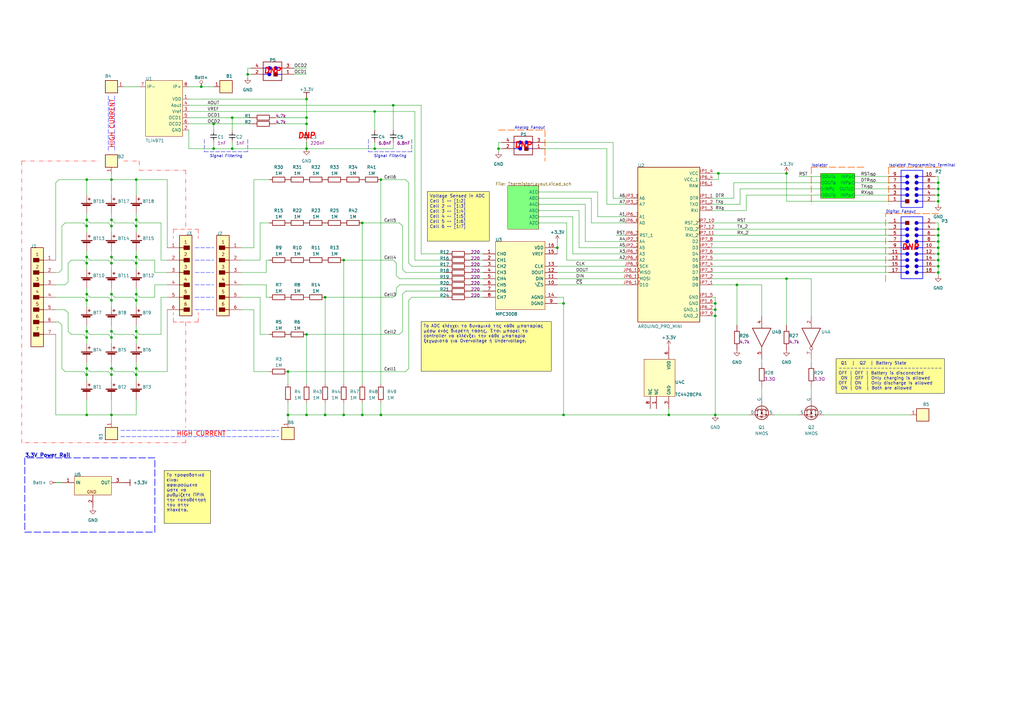
<source format=kicad_sch>
(kicad_sch (version 20230121) (generator eeschema)
  (paper "A3")
  (junction (at 125.73 170.18))
  (junction (at 274.32 170.18))
  (junction (at 384.81 99.06))
  (junction (at 140.97 170.18))
  (junction (at 55.88 92.71))
  (junction (at 55.88 105.41))
  (junction (at 118.11 170.18))
  (junction (at 55.88 107.95))
  (junction (at 322.58 71.12))
  (junction (at 125.73 50.8))
  (junction (at 322.58 114.3))
  (junction (at 45.72 120.65))
  (junction (at 231.14 170.18))
  (junction (at 35.56 90.17))
  (junction (at 140.97 106.68))
  (junction (at 35.56 135.89))
  (junction (at 82.55 35.56))
  (junction (at 35.56 120.65))
  (junction (at 384.81 77.47))
  (junction (at 87.63 50.8))
  (junction (at 384.81 106.68))
  (junction (at 55.88 123.19))
  (junction (at 148.59 170.18))
  (junction (at 45.72 153.67))
  (junction (at 384.81 80.01))
  (junction (at 153.67 60.96))
  (junction (at 384.81 74.93))
  (junction (at 35.56 92.71))
  (junction (at 45.72 138.43))
  (junction (at 55.88 90.17))
  (junction (at 35.56 105.41))
  (junction (at 384.81 93.98))
  (junction (at 125.73 137.16))
  (junction (at 293.37 127))
  (junction (at 45.72 151.13))
  (junction (at 384.81 96.52))
  (junction (at 101.6 30.48))
  (junction (at 384.81 104.14))
  (junction (at 55.88 120.65))
  (junction (at 384.81 82.55))
  (junction (at 293.37 129.54))
  (junction (at 45.72 105.41))
  (junction (at 35.56 170.18))
  (junction (at 125.73 60.96))
  (junction (at 125.73 40.64))
  (junction (at 45.72 73.66))
  (junction (at 35.56 73.66))
  (junction (at 55.88 135.89))
  (junction (at 156.21 73.66))
  (junction (at 302.26 116.84))
  (junction (at 293.37 170.18))
  (junction (at 87.63 60.96))
  (junction (at 133.35 121.92))
  (junction (at 204.47 60.96))
  (junction (at 35.56 123.19))
  (junction (at 45.72 123.19))
  (junction (at 35.56 138.43))
  (junction (at 384.81 101.6))
  (junction (at 231.14 124.46))
  (junction (at 161.29 43.18))
  (junction (at 55.88 138.43))
  (junction (at 45.72 135.89))
  (junction (at 384.81 111.76))
  (junction (at 55.88 153.67))
  (junction (at 153.67 45.72))
  (junction (at 55.88 73.66))
  (junction (at 125.73 48.26))
  (junction (at 45.72 90.17))
  (junction (at 118.11 152.4))
  (junction (at 156.21 170.18))
  (junction (at 35.56 153.67))
  (junction (at 95.25 60.96))
  (junction (at 293.37 124.46))
  (junction (at 294.64 71.12))
  (junction (at 45.72 170.18))
  (junction (at 95.25 48.26))
  (junction (at 45.72 92.71))
  (junction (at 148.59 91.44))
  (junction (at 55.88 151.13))
  (junction (at 384.81 109.22))
  (junction (at 228.6 101.6))
  (junction (at 35.56 151.13))
  (junction (at 35.56 107.95))
  (junction (at 133.35 170.18))
  (junction (at 45.72 107.95))
  (wire (pts (xy 55.88 118.11) (xy 55.88 120.65)))
  (wire (pts (xy 167.64 123.19) (xy 168.91 121.92)))
  (polyline (pts (xy 354.33 68.58) (xy 332.74 68.58)) (stroke (width 0.254) (type dash) (color 255 100 0 1)))
  (wire (pts (xy 46.99 121.92) (xy 54.61 121.92)))
  (polyline (pts (xy 71.12 93.98) (xy 71.12 97.79)) (stroke (width 0) (type dash_dot) (color 255 0 0 1)))
  (wire (pts (xy 27.94 135.89) (xy 29.21 137.16)))
  (wire (pts (xy 292.1 71.12) (xy 294.64 71.12)))
  (wire (pts (xy 153.67 60.96) (xy 161.29 60.96)))
  (wire (pts (xy 35.56 90.17) (xy 36.83 91.44)))
  (wire (pts (xy 240.03 83.82) (xy 240.03 99.06)))
  (polyline (pts (xy 49.53 176.53) (xy 114.3 176.53)) (stroke (width 0) (type dash) (color 0 0 255 1)))
  (wire (pts (xy 161.29 43.18) (xy 172.72 43.18)))
  (wire (pts (xy 228.6 111.76) (xy 256.54 111.76)))
  (polyline (pts (xy 364.49 68.58) (xy 364.49 83.82)) (stroke (width 0.254) (type dash) (color 255 100 0 1)))
  (wire (pts (xy 167.64 123.19) (xy 167.64 151.13)))
  (wire (pts (xy 34.29 91.44) (xy 35.56 92.71)))
  (wire (pts (xy 95.25 48.26) (xy 102.87 48.26)))
  (wire (pts (xy 292.1 104.14) (xy 364.49 104.14)))
  (wire (pts (xy 384.81 96.52) (xy 383.54 96.52)))
  (wire (pts (xy 125.73 40.64) (xy 125.73 48.26)))
  (polyline (pts (xy 151.13 57.15) (xy 151.13 62.23)) (stroke (width 0) (type dash)))
  (wire (pts (xy 45.72 107.95) (xy 45.72 110.49)))
  (wire (pts (xy 57.15 137.16) (xy 55.88 135.89)))
  (wire (pts (xy 22.86 106.68) (xy 22.86 74.93)))
  (wire (pts (xy 36.83 121.92) (xy 44.45 121.92)))
  (wire (pts (xy 193.04 121.92) (xy 198.12 121.92)))
  (wire (pts (xy 45.72 87.63) (xy 45.72 90.17)))
  (wire (pts (xy 87.63 50.8) (xy 87.63 53.34)))
  (wire (pts (xy 165.1 110.49) (xy 166.37 111.76)))
  (wire (pts (xy 55.88 153.67) (xy 55.88 156.21)))
  (wire (pts (xy 55.88 123.19) (xy 55.88 125.73)))
  (wire (pts (xy 125.73 165.1) (xy 125.73 170.18)))
  (wire (pts (xy 148.59 170.18) (xy 140.97 170.18)))
  (wire (pts (xy 57.15 121.92) (xy 63.5 121.92)))
  (wire (pts (xy 384.81 96.52) (xy 384.81 99.06)))
  (wire (pts (xy 55.88 138.43) (xy 54.61 137.16)))
  (wire (pts (xy 54.61 121.92) (xy 55.88 123.19)))
  (wire (pts (xy 133.35 121.92) (xy 133.35 157.48)))
  (wire (pts (xy 228.6 124.46) (xy 231.14 124.46)))
  (polyline (pts (xy 363.22 115.57) (xy 363.22 87.63)) (stroke (width 0.254) (type dash) (color 255 100 0 1)))
  (wire (pts (xy 256.54 101.6) (xy 237.49 101.6)))
  (wire (pts (xy 384.81 101.6) (xy 383.54 101.6)))
  (wire (pts (xy 63.5 116.84) (xy 68.58 116.84)))
  (wire (pts (xy 55.88 120.65) (xy 57.15 121.92)))
  (wire (pts (xy 45.72 73.66) (xy 55.88 73.66)))
  (wire (pts (xy 54.61 137.16) (xy 46.99 137.16)))
  (wire (pts (xy 45.72 105.41) (xy 45.72 107.95)))
  (wire (pts (xy 350.52 72.39) (xy 364.49 72.39)))
  (wire (pts (xy 193.04 111.76) (xy 198.12 111.76)))
  (wire (pts (xy 55.88 90.17) (xy 55.88 92.71)))
  (wire (pts (xy 125.73 40.64) (xy 125.73 40.4622)) (stroke (width 0.254)))
  (wire (pts (xy 156.21 73.66) (xy 166.37 73.66)))
  (wire (pts (xy 102.87 27.94) (xy 101.6 27.94)))
  (wire (pts (xy 35.56 163.83) (xy 35.56 170.18)))
  (wire (pts (xy 384.81 104.14) (xy 383.54 104.14)))
  (wire (pts (xy 34.29 137.16) (xy 35.56 138.43)))
  (wire (pts (xy 55.88 87.63) (xy 55.88 90.17)))
  (polyline (pts (xy 386.08 68.58) (xy 364.49 68.58)) (stroke (width 0.254) (type dash) (color 255 100 0 1)))
  (wire (pts (xy 45.72 90.17) (xy 45.72 92.71)))
  (wire (pts (xy 45.72 90.17) (xy 46.99 91.44)))
  (wire (pts (xy 35.56 73.66) (xy 45.72 73.66)))
  (polyline (pts (xy 44.45 39.37) (xy 44.45 62.23)) (stroke (width 0) (type dash) (color 0 0 255 1)))
  (wire (pts (xy 27.94 128.27) (xy 27.94 135.89)))
  (wire (pts (xy 125.73 48.26) (xy 125.73 50.8)))
  (wire (pts (xy 228.6 114.3) (xy 256.54 114.3)))
  (wire (pts (xy 292.1 111.76) (xy 364.49 111.76)))
  (wire (pts (xy 57.15 152.4) (xy 68.58 152.4)))
  (wire (pts (xy 256.54 81.28) (xy 251.46 81.28)))
  (wire (pts (xy 292.1 96.52) (xy 364.49 96.52)))
  (wire (pts (xy 384.81 111.76) (xy 383.54 111.76)))
  (wire (pts (xy 35.56 120.65) (xy 36.83 121.92)))
  (polyline (pts (xy 76.2 69.85) (xy 76.2 93.98)) (stroke (width 0) (type dash_dot_dot) (color 255 0 0 1)))
  (wire (pts (xy 384.81 93.98) (xy 384.81 96.52)))
  (wire (pts (xy 35.56 102.87) (xy 35.56 105.41)))
  (wire (pts (xy 68.58 127) (xy 68.58 152.4)))
  (wire (pts (xy 63.5 106.68) (xy 63.5 111.76)))
  (wire (pts (xy 55.88 90.17) (xy 57.15 91.44)))
  (wire (pts (xy 44.45 121.92) (xy 45.72 123.19)))
  (wire (pts (xy 166.37 111.76) (xy 182.88 111.76)))
  (wire (pts (xy 22.86 132.08) (xy 24.13 132.08)))
  (polyline (pts (xy 81.28 132.08) (xy 81.28 128.27)) (stroke (width 0) (type dash_dot) (color 255 0 0 1)))
  (wire (pts (xy 220.98 88.9) (xy 234.95 88.9)))
  (wire (pts (xy 45.72 120.65) (xy 46.99 121.92)))
  (wire (pts (xy 242.57 91.44) (xy 242.57 81.28)))
  (wire (pts (xy 22.86 137.16) (xy 22.86 170.18)))
  (wire (pts (xy 25.4 151.13) (xy 26.67 152.4)))
  (wire (pts (xy 55.88 73.66) (xy 55.88 80.01)))
  (wire (pts (xy 293.37 127) (xy 293.37 129.54)))
  (wire (pts (xy 336.55 80.01) (xy 306.07 80.01)))
  (wire (pts (xy 292.1 101.6) (xy 364.49 101.6)))
  (wire (pts (xy 251.46 81.28) (xy 251.46 58.42)))
  (wire (pts (xy 82.55 35.56) (xy 87.63 35.56)))
  (wire (pts (xy 26.67 152.4) (xy 34.29 152.4)))
  (polyline (pts (xy 83.82 62.23) (xy 101.6 62.23)) (stroke (width 0) (type dash)))
  (wire (pts (xy 68.58 73.66) (xy 55.88 73.66)))
  (wire (pts (xy 55.88 138.43) (xy 55.88 140.97)))
  (wire (pts (xy 36.83 106.68) (xy 35.56 105.41)))
  (wire (pts (xy 156.21 165.1) (xy 156.21 170.18)))
  (wire (pts (xy 22.86 121.92) (xy 34.29 121.92)))
  (wire (pts (xy 306.07 80.01) (xy 306.07 86.36)))
  (wire (pts (xy 125.73 50.8) (xy 125.73 53.34)))
  (wire (pts (xy 312.42 116.84) (xy 302.26 116.84)))
  (wire (pts (xy 274.32 167.64) (xy 274.32 170.18)))
  (wire (pts (xy 220.98 78.74) (xy 245.11 78.74)))
  (wire (pts (xy 292.1 99.06) (xy 364.49 99.06)))
  (polyline (pts (xy 46.99 39.37) (xy 46.99 62.23)) (stroke (width 0) (type dash) (color 0 0 255 1)))
  (wire (pts (xy 303.53 83.82) (xy 303.53 77.47)))
  (polyline (pts (xy 83.82 57.15) (xy 83.82 62.23)) (stroke (width 0) (type dash)))
  (wire (pts (xy 35.56 123.19) (xy 34.29 121.92)))
  (wire (pts (xy 57.15 137.16) (xy 66.04 137.16)))
  (wire (pts (xy 45.72 170.18) (xy 55.88 170.18)))
  (wire (pts (xy 384.81 72.39) (xy 383.54 72.39)))
  (wire (pts (xy 153.67 45.72) (xy 170.18 45.72)))
  (wire (pts (xy 44.45 152.4) (xy 45.72 153.67)))
  (polyline (pts (xy 81.28 93.98) (xy 81.28 97.79)) (stroke (width 0) (type dash_dot) (color 255 0 0 1)))
  (wire (pts (xy 35.56 148.59) (xy 35.56 151.13)))
  (wire (pts (xy 204.47 60.96) (xy 204.47 62.23)))
  (wire (pts (xy 101.6 30.48) (xy 102.87 30.48)))
  (wire (pts (xy 302.26 133.35) (xy 302.26 116.84)))
  (wire (pts (xy 156.21 157.48) (xy 156.21 73.66)))
  (wire (pts (xy 45.72 170.18) (xy 45.72 172.72)))
  (wire (pts (xy 44.45 91.44) (xy 45.72 92.71)))
  (wire (pts (xy 245.11 78.74) (xy 245.11 88.9)))
  (wire (pts (xy 57.15 106.68) (xy 55.88 105.41)))
  (wire (pts (xy 292.1 121.92) (xy 293.37 121.92)))
  (wire (pts (xy 45.72 123.19) (xy 45.72 125.73)))
  (wire (pts (xy 99.06 111.76) (xy 109.22 111.76)))
  (wire (pts (xy 168.91 121.92) (xy 182.88 121.92)))
  (wire (pts (xy 46.99 106.68) (xy 45.72 105.41)))
  (wire (pts (xy 35.56 73.66) (xy 35.56 80.01)))
  (wire (pts (xy 292.1 129.54) (xy 293.37 129.54)))
  (wire (pts (xy 77.47 40.64) (xy 125.73 40.64)))
  (wire (pts (xy 68.58 106.68) (xy 66.04 106.68)))
  (wire (pts (xy 256.54 83.82) (xy 248.92 83.82)))
  (wire (pts (xy 193.04 104.14) (xy 198.12 104.14)))
  (wire (pts (xy 364.49 82.55) (xy 322.58 82.55)))
  (wire (pts (xy 156.21 170.18) (xy 231.14 170.18)))
  (wire (pts (xy 104.14 101.6) (xy 104.14 73.66)))
  (wire (pts (xy 292.1 81.28) (xy 300.99 81.28)))
  (wire (pts (xy 384.81 109.22) (xy 384.81 111.76)))
  (wire (pts (xy 54.61 152.4) (xy 55.88 153.67)))
  (wire (pts (xy 35.56 153.67) (xy 34.29 152.4)))
  (wire (pts (xy 104.14 73.66) (xy 110.49 73.66)))
  (wire (pts (xy 384.81 106.68) (xy 383.54 106.68)))
  (wire (pts (xy 384.81 101.6) (xy 384.81 104.14)))
  (wire (pts (xy 231.14 124.46) (xy 231.14 170.18)))
  (wire (pts (xy 205.74 58.42) (xy 204.47 58.42)))
  (wire (pts (xy 292.1 124.46) (xy 293.37 124.46)))
  (polyline (pts (xy 8.89 66.04) (xy 40.64 66.04)) (stroke (width 0) (type dash_dot_dot) (color 255 0 0 1)))
  (wire (pts (xy 106.68 121.92) (xy 106.68 137.16)))
  (wire (pts (xy 165.1 120.65) (xy 166.37 119.38)))
  (wire (pts (xy 66.04 121.92) (xy 68.58 121.92)))
  (polyline (pts (xy 204.47 53.34) (xy 223.52 53.34)) (stroke (width 0.254) (type dash) (color 255 100 0 1)))
  (wire (pts (xy 45.72 151.13) (xy 45.72 153.67)))
  (wire (pts (xy 232.41 91.44) (xy 220.98 91.44)))
  (wire (pts (xy 55.88 148.59) (xy 55.88 151.13)))
  (wire (pts (xy 35.56 151.13) (xy 36.83 152.4)))
  (wire (pts (xy 204.47 58.42) (xy 204.47 60.96)))
  (wire (pts (xy 66.04 106.68) (xy 66.04 91.44)))
  (wire (pts (xy 110.49 152.4) (xy 104.14 152.4)))
  (wire (pts (xy 162.56 113.03) (xy 163.83 114.3)))
  (wire (pts (xy 168.91 109.22) (xy 182.88 109.22)))
  (polyline (pts (xy 80.01 101.6) (xy 87.63 101.6)) (stroke (width 0) (type dash) (color 0 0 255 1)))
  (wire (pts (xy 45.72 73.66) (xy 45.72 80.01)))
  (wire (pts (xy 293.37 124.46) (xy 293.37 127)))
  (wire (pts (xy 25.4 133.35) (xy 25.4 151.13)))
  (wire (pts (xy 125.73 170.18) (xy 133.35 170.18)))
  (wire (pts (xy 228.6 99.06) (xy 228.6 101.6)))
  (wire (pts (xy 165.1 92.71) (xy 165.1 110.49)))
  (wire (pts (xy 248.92 83.82) (xy 248.92 60.96)))
  (wire (pts (xy 167.64 74.93) (xy 167.64 107.95)))
  (wire (pts (xy 45.72 135.89) (xy 45.72 138.43)))
  (wire (pts (xy 99.06 121.92) (xy 106.68 121.92)))
  (wire (pts (xy 25.4 110.49) (xy 25.4 92.71)))
  (wire (pts (xy 29.21 137.16) (xy 34.29 137.16)))
  (wire (pts (xy 274.32 170.18) (xy 293.37 170.18)))
  (wire (pts (xy 27.94 107.95) (xy 27.94 115.57)))
  (wire (pts (xy 384.81 109.22) (xy 383.54 109.22)))
  (wire (pts (xy 384.81 80.01) (xy 383.54 80.01)))
  (wire (pts (xy 156.21 170.18) (xy 148.59 170.18)))
  (wire (pts (xy 153.67 45.72) (xy 153.67 53.34)))
  (wire (pts (xy 45.72 138.43) (xy 44.45 137.16)))
  (wire (pts (xy 77.47 48.26) (xy 95.25 48.26)))
  (polyline (pts (xy 80.01 121.92) (xy 87.63 121.92)) (stroke (width 0) (type dash) (color 0 0 255 1)))
  (wire (pts (xy 303.53 77.47) (xy 336.55 77.47)))
  (wire (pts (xy 35.56 153.67) (xy 35.56 156.21)))
  (wire (pts (xy 148.59 91.44) (xy 148.59 157.48)))
  (wire (pts (xy 167.64 107.95) (xy 168.91 109.22)))
  (wire (pts (xy 95.25 58.42) (xy 95.25 60.96)))
  (wire (pts (xy 113.03 50.8) (xy 125.73 50.8)))
  (wire (pts (xy 125.73 60.7822) (xy 125.73 58.42)) (stroke (width 0.254)))
  (wire (pts (xy 45.72 138.43) (xy 45.72 140.97)))
  (wire (pts (xy 384.81 77.47) (xy 384.81 80.01)))
  (wire (pts (xy 104.14 127) (xy 104.14 152.4)))
  (polyline (pts (xy 80.01 106.68) (xy 87.63 106.68)) (stroke (width 0) (type dash) (color 0 0 255 1)))
  (wire (pts (xy 36.83 152.4) (xy 44.45 152.4)))
  (wire (pts (xy 140.97 106.68) (xy 161.29 106.68)))
  (wire (pts (xy 384.81 99.06) (xy 383.54 99.06)))
  (wire (pts (xy 312.42 158.75) (xy 312.42 162.56)))
  (wire (pts (xy 26.67 91.44) (xy 34.29 91.44)))
  (wire (pts (xy 292.1 106.68) (xy 364.49 106.68)))
  (wire (pts (xy 300.99 74.93) (xy 300.99 81.28)))
  (wire (pts (xy 77.47 35.56) (xy 82.55 35.56)))
  (wire (pts (xy 350.52 80.01) (xy 364.49 80.01)))
  (wire (pts (xy 384.81 74.93) (xy 383.54 74.93)))
  (wire (pts (xy 327.66 72.39) (xy 336.55 72.39)))
  (wire (pts (xy 113.03 48.26) (xy 125.73 48.26)))
  (wire (pts (xy 45.72 118.11) (xy 45.72 120.65)))
  (wire (pts (xy 104.14 127) (xy 99.06 127)))
  (wire (pts (xy 22.86 170.18) (xy 35.56 170.18)))
  (wire (pts (xy 44.45 106.68) (xy 36.83 106.68)))
  (wire (pts (xy 120.65 30.48) (xy 125.73 30.48)))
  (wire (pts (xy 193.04 116.84) (xy 198.12 116.84)))
  (wire (pts (xy 46.99 137.16) (xy 45.72 135.89)))
  (wire (pts (xy 26.67 127) (xy 27.94 128.27)))
  (wire (pts (xy 384.81 106.68) (xy 384.81 109.22)))
  (wire (pts (xy 27.94 107.95) (xy 29.21 106.68)))
  (wire (pts (xy 46.99 152.4) (xy 45.72 151.13)))
  (polyline (pts (xy 80.01 127) (xy 87.63 127)) (stroke (width 0) (type dash) (color 0 0 255 1)))
  (wire (pts (xy 118.11 152.4) (xy 166.37 152.4)))
  (wire (pts (xy 161.29 121.92) (xy 162.56 120.65)))
  (wire (pts (xy 22.86 74.93) (xy 24.13 73.66)))
  (wire (pts (xy 95.25 48.26) (xy 95.25 53.34)))
  (wire (pts (xy 193.04 114.3) (xy 198.12 114.3)))
  (wire (pts (xy 77.47 43.18) (xy 161.29 43.18)))
  (wire (pts (xy 125.73 137.16) (xy 125.73 157.48)))
  (wire (pts (xy 87.63 50.8) (xy 102.87 50.8)))
  (wire (pts (xy 87.63 58.42) (xy 87.63 60.96)))
  (wire (pts (xy 148.59 165.1) (xy 148.59 170.18)))
  (wire (pts (xy 228.6 121.92) (xy 231.14 121.92)))
  (wire (pts (xy 22.86 127) (xy 26.67 127)))
  (wire (pts (xy 228.6 101.6) (xy 228.6 104.14)))
  (polyline (pts (xy 81.28 132.08) (xy 71.12 132.08)) (stroke (width 0) (type dash_dot) (color 255 0 0 1)))
  (wire (pts (xy 140.97 170.18) (xy 140.97 165.1)))
  (wire (pts (xy 45.72 148.59) (xy 45.72 151.13)))
  (wire (pts (xy 322.58 114.3) (xy 322.58 133.35)))
  (wire (pts (xy 234.95 104.14) (xy 256.54 104.14)))
  (wire (pts (xy 35.56 118.11) (xy 35.56 120.65)))
  (wire (pts (xy 166.37 73.66) (xy 167.64 74.93)))
  (wire (pts (xy 242.57 91.44) (xy 256.54 91.44)))
  (wire (pts (xy 302.26 116.84) (xy 292.1 116.84)))
  (wire (pts (xy 383.54 93.98) (xy 384.81 93.98)))
  (polyline (pts (xy 57.15 66.04) (xy 57.15 69.85)) (stroke (width 0) (type dash_dot_dot) (color 255 0 0 1)))
  (wire (pts (xy 24.13 111.76) (xy 25.4 110.49)))
  (wire (pts (xy 237.49 86.36) (xy 220.98 86.36)))
  (wire (pts (xy 293.37 129.54) (xy 293.37 170.18)))
  (wire (pts (xy 234.95 88.9) (xy 234.95 104.14)))
  (wire (pts (xy 24.13 73.66) (xy 35.56 73.66)))
  (wire (pts (xy 163.83 91.44) (xy 165.1 92.71)))
  (wire (pts (xy 251.46 58.42) (xy 223.52 58.42)))
  (wire (pts (xy 45.72 107.95) (xy 44.45 106.68)))
  (wire (pts (xy 55.88 135.89) (xy 55.88 138.43)))
  (wire (pts (xy 63.5 121.92) (xy 63.5 116.84)))
  (wire (pts (xy 322.58 71.12) (xy 322.58 82.55)))
  (wire (pts (xy 384.81 74.93) (xy 384.81 77.47)))
  (polyline (pts (xy 101.6 57.15) (xy 101.6 62.23)) (stroke (width 0) (type dash)))
  (wire (pts (xy 118.11 170.18) (xy 125.73 170.18)))
  (wire (pts (xy 322.58 114.3) (xy 332.74 114.3)))
  (wire (pts (xy 35.56 135.89) (xy 35.56 138.43)))
  (wire (pts (xy 99.06 116.84) (xy 109.22 116.84)))
  (wire (pts (xy 24.13 132.08) (xy 25.4 133.35)))
  (wire (pts (xy 165.1 135.89) (xy 165.1 120.65)))
  (wire (pts (xy 99.06 106.68) (xy 106.68 106.68)))
  (wire (pts (xy 384.81 77.47) (xy 383.54 77.47)))
  (wire (pts (xy 66.04 137.16) (xy 66.04 121.92)))
  (polyline (pts (xy 80.01 111.76) (xy 87.63 111.76)) (stroke (width 0) (type dash) (color 0 0 255 1)))
  (polyline (pts (xy 168.91 57.15) (xy 168.91 62.23)) (stroke (width 0) (type dash)))
  (wire (pts (xy 337.82 170.18) (xy 373.38 170.18)))
  (wire (pts (xy 292.1 127) (xy 293.37 127)))
  (wire (pts (xy 350.52 77.47) (xy 364.49 77.47)))
  (wire (pts (xy 68.58 101.6) (xy 68.58 73.66)))
  (wire (pts (xy 170.18 106.68) (xy 182.88 106.68)))
  (wire (pts (xy 133.35 121.92) (xy 161.29 121.92)))
  (wire (pts (xy 36.83 91.44) (xy 44.45 91.44)))
  (wire (pts (xy 292.1 109.22) (xy 364.49 109.22)))
  (wire (pts (xy 35.56 107.95) (xy 34.29 106.68)))
  (wire (pts (xy 35.56 133.35) (xy 35.56 135.89)))
  (wire (pts (xy 35.56 123.19) (xy 35.56 125.73)))
  (wire (pts (xy 55.88 120.65) (xy 55.88 123.19)))
  (wire (pts (xy 294.64 71.12) (xy 294.64 73.66)))
  (wire (pts (xy 45.72 163.83) (xy 45.72 170.18)))
  (polyline (pts (xy 76.2 180.34) (xy 76.2 181.61)) (stroke (width 0) (type dash_dot_dot) (color 255 0 0 1)))
  (wire (pts (xy 35.56 92.71) (xy 35.56 95.25)))
  (wire (pts (xy 125.73 137.16) (xy 163.83 137.16)))
  (wire (pts (xy 332.74 114.3) (xy 332.74 129.54)))
  (wire (pts (xy 26.67 116.84) (xy 27.94 115.57)))
  (polyline (pts (xy 49.53 179.07) (xy 114.3 179.07)) (stroke (width 0) (type dash) (color 0 0 255 1)))
  (wire (pts (xy 161.29 58.42) (xy 161.29 60.96)))
  (wire (pts (xy 293.37 121.92) (xy 293.37 124.46)))
  (wire (pts (xy 228.6 116.84) (xy 256.54 116.84)))
  (wire (pts (xy 106.68 91.44) (xy 106.68 106.68)))
  (wire (pts (xy 118.11 170.18) (xy 118.11 172.72)))
  (wire (pts (xy 55.88 163.83) (xy 55.88 170.18)))
  (wire (pts (xy 133.35 170.18) (xy 140.97 170.18)))
  (wire (pts (xy 55.88 133.35) (xy 55.88 135.89)))
  (wire (pts (xy 118.11 165.1) (xy 118.11 170.18)))
  (wire (pts (xy 36.83 137.16) (xy 35.56 135.89)))
  (wire (pts (xy 172.72 104.14) (xy 182.88 104.14)))
  (wire (pts (xy 55.88 107.95) (xy 54.61 106.68)))
  (wire (pts (xy 292.1 73.66) (xy 294.64 73.66)))
  (polyline (pts (xy 151.13 62.23) (xy 168.91 62.23)) (stroke (width 0) (type dash)))
  (wire (pts (xy 55.88 102.87) (xy 55.88 105.41)))
  (polyline (pts (xy 76.2 132.08) (xy 76.2 175.26)) (stroke (width 0) (type dash_dot_dot) (color 255 0 0 1)))
  (wire (pts (xy 109.22 106.68) (xy 110.49 106.68)))
  (wire (pts (xy 104.14 101.6) (xy 99.06 101.6)))
  (wire (pts (xy 293.37 170.18) (xy 307.34 170.18)))
  (wire (pts (xy 294.64 71.12) (xy 322.58 71.12)))
  (wire (pts (xy 54.61 106.68) (xy 46.99 106.68)))
  (wire (pts (xy 95.25 60.96) (xy 125.73 60.96)))
  (wire (pts (xy 55.88 151.13) (xy 55.88 153.67)))
  (wire (pts (xy 384.81 99.06) (xy 384.81 101.6)))
  (wire (pts (xy 66.04 91.44) (xy 57.15 91.44)))
  (wire (pts (xy 55.88 105.41) (xy 55.88 107.95)))
  (wire (pts (xy 77.47 45.72) (xy 153.67 45.72)))
  (wire (pts (xy 163.83 116.84) (xy 182.88 116.84)))
  (polyline (pts (xy 332.74 68.58) (xy 332.74 83.82)) (stroke (width 0.254) (type dash) (color 255 100 0 1)))
  (wire (pts (xy 163.83 114.3) (xy 182.88 114.3)))
  (wire (pts (xy 332.74 147.32) (xy 332.74 148.59)))
  (wire (pts (xy 220.98 83.82) (xy 240.03 83.82)))
  (wire (pts (xy 35.56 138.43) (xy 35.56 140.97)))
  (wire (pts (xy 109.22 111.76) (xy 109.22 106.68)))
  (wire (pts (xy 384.81 82.55) (xy 383.54 82.55)))
  (wire (pts (xy 162.56 120.65) (xy 162.56 118.11)))
  (wire (pts (xy 35.56 170.18) (xy 45.72 170.18)))
  (wire (pts (xy 57.15 106.68) (xy 63.5 106.68)))
  (wire (pts (xy 77.47 50.8) (xy 87.63 50.8)))
  (polyline (pts (xy 363.22 87.63) (xy 384.81 87.63)) (stroke (width 0.254) (type dash) (color 255 100 0 1)))
  (wire (pts (xy 54.61 91.44) (xy 55.88 92.71)))
  (wire (pts (xy 312.42 129.54) (xy 312.42 116.84)))
  (wire (pts (xy 77.47 60.96) (xy 87.63 60.96)))
  (wire (pts (xy 384.81 72.39) (xy 384.81 74.93)))
  (wire (pts (xy 46.99 91.44) (xy 54.61 91.44)))
  (polyline (pts (xy 57.15 69.85) (xy 76.2 69.85)) (stroke (width 0) (type dash_dot_dot) (color 255 0 0 1)))
  (wire (pts (xy 193.04 109.22) (xy 198.12 109.22)))
  (wire (pts (xy 384.81 111.76) (xy 384.81 113.03)))
  (wire (pts (xy 45.72 102.87) (xy 45.72 105.41)))
  (wire (pts (xy 77.47 53.34) (xy 77.47 60.96)))
  (wire (pts (xy 45.72 71.12) (xy 45.72 73.66)))
  (wire (pts (xy 35.56 151.13) (xy 35.56 153.67)))
  (wire (pts (xy 35.56 90.17) (xy 35.56 92.71)))
  (wire (pts (xy 163.83 137.16) (xy 165.1 135.89)))
  (wire (pts (xy 25.4 92.71) (xy 26.67 91.44)))
  (wire (pts (xy 63.5 111.76) (xy 68.58 111.76)))
  (wire (pts (xy 166.37 119.38) (xy 182.88 119.38)))
  (wire (pts (xy 193.04 106.68) (xy 198.12 106.68)))
  (polyline (pts (xy 71.12 93.98) (xy 81.28 93.98)) (stroke (width 0) (type dash_dot) (color 255 0 0 1)))
  (wire (pts (xy 232.41 106.68) (xy 232.41 91.44)))
  (wire (pts (xy 312.42 147.32) (xy 312.42 148.59)))
  (wire (pts (xy 161.29 106.68) (xy 162.56 107.95)))
  (wire (pts (xy 384.81 91.44) (xy 384.81 93.98)))
  (wire (pts (xy 55.88 151.13) (xy 57.15 152.4)))
  (wire (pts (xy 45.72 153.67) (xy 45.72 156.21)))
  (wire (pts (xy 140.97 157.48) (xy 140.97 106.68)))
  (wire (pts (xy 120.65 27.94) (xy 125.73 27.94)))
  (wire (pts (xy 87.63 60.96) (xy 95.25 60.96)))
  (wire (pts (xy 166.37 152.4) (xy 167.64 151.13)))
  (polyline (pts (xy 71.12 132.08) (xy 71.12 128.27)) (stroke (width 0) (type dash_dot) (color 255 0 0 1)))
  (polyline (pts (xy 76.2 181.61) (xy 8.89 181.61)) (stroke (width 0) (type dash_dot_dot) (color 255 0 0 1)))
  (wire (pts (xy 292.1 91.44) (xy 364.49 91.44)))
  (wire (pts (xy 231.14 170.18) (xy 274.32 170.18)))
  (wire (pts (xy 292.1 83.82) (xy 303.53 83.82)))
  (wire (pts (xy 45.72 92.71) (xy 45.72 95.25)))
  (wire (pts (xy 193.04 119.38) (xy 198.12 119.38)))
  (wire (pts (xy 101.6 30.48) (xy 101.6 31.75)))
  (wire (pts (xy 162.56 107.95) (xy 162.56 113.03)))
  (wire (pts (xy 248.92 60.96) (xy 223.52 60.96)))
  (wire (pts (xy 240.03 99.06) (xy 256.54 99.06)))
  (wire (pts (xy 384.81 82.55) (xy 384.81 83.82)))
  (wire (pts (xy 133.35 170.18) (xy 133.35 165.1)))
  (wire (pts (xy 55.88 107.95) (xy 55.88 110.49)))
  (wire (pts (xy 172.72 43.18) (xy 172.72 104.14)))
  (wire (pts (xy 44.45 137.16) (xy 36.83 137.16)))
  (polyline (pts (xy 223.52 53.34) (xy 223.52 66.04)) (stroke (width 0.254) (type dash) (color 255 100 0 1)))
  (wire (pts (xy 35.56 87.63) (xy 35.56 90.17)))
  (wire (pts (xy 109.22 121.92) (xy 109.22 116.84)))
  (wire (pts (xy 118.11 152.4) (xy 118.11 157.48)))
  (wire (pts (xy 332.74 158.75) (xy 332.74 162.56)))
  (wire (pts (xy 109.22 121.92) (xy 110.49 121.92)))
  (wire (pts (xy 45.72 133.35) (xy 45.72 135.89)))
  (wire (pts (xy 237.49 101.6) (xy 237.49 86.36)))
  (wire (pts (xy 231.14 121.92) (xy 231.14 124.46)))
  (wire (pts (xy 35.56 120.65) (xy 35.56 123.19)))
  (wire (pts (xy 22.86 116.84) (xy 26.67 116.84)))
  (wire (pts (xy 306.07 86.36) (xy 292.1 86.36)))
  (wire (pts (xy 350.52 74.93) (xy 364.49 74.93)))
  (wire (pts (xy 245.11 88.9) (xy 256.54 88.9)))
  (wire (pts (xy 204.47 60.96) (xy 205.74 60.96)))
  (wire (pts (xy 300.99 74.93) (xy 336.55 74.93)))
  (wire (pts (xy 35.56 107.95) (xy 35.56 110.49)))
  (wire (pts (xy 383.54 91.44) (xy 384.81 91.44)))
  (wire (pts (xy 384.81 104.14) (xy 384.81 106.68)))
  (wire (pts (xy 35.56 105.41) (xy 35.56 107.95)))
  (wire (pts (xy 125.73 60.96) (xy 153.67 60.96)))
  (wire (pts (xy 55.88 92.71) (xy 55.88 95.25)))
  (wire (pts (xy 292.1 114.3) (xy 322.58 114.3)))
  (wire (pts (xy 228.6 109.22) (xy 256.54 109.22)))
  (wire (pts (xy 148.59 91.44) (xy 163.83 91.44)))
  (wire (pts (xy 50.8 35.56) (xy 57.15 35.56)))
  (wire (pts (xy 106.68 137.16) (xy 110.49 137.16)))
  (wire (pts (xy 292.1 93.98) (xy 364.49 93.98)))
  (wire (pts (xy 29.21 106.68) (xy 34.29 106.68)))
  (wire (pts (xy 46.99 152.4) (xy 54.61 152.4)))
  (wire (pts (xy 317.5 170.18) (xy 327.66 170.18)))
  (wire (pts (xy 22.86 197.9422) (xy 25.4 197.9422)) (stroke (width 0.254)))
  (wire (pts (xy 170.18 45.72) (xy 170.18 106.68)))
  (wire (pts (xy 153.67 58.42) (xy 153.67 60.96)))
  (wire (pts (xy 161.29 43.18) (xy 161.29 53.34)))
  (wire (pts (xy 242.57 81.28) (xy 220.98 81.28)))
  (polyline (pts (xy 50.8 66.04) (xy 57.15 66.04)) (stroke (width 0) (type dash_dot_dot) (color 255 0 0 1)))
  (wire (pts (xy 45.72 120.65) (xy 45.72 123.19)))
  (wire (pts (xy 101.6 27.94) (xy 101.6 30.48)))
  (polyline (pts (xy 80.01 116.84) (xy 87.63 116.84)) (stroke (width 0) (type dash) (color 0 0 255 1)))
  (wire (pts (xy 252.73 96.52) (xy 256.54 96.52)))
  (wire (pts (xy 110.49 91.44) (xy 106.68 91.44)))
  (wire (pts (xy 256.54 106.68) (xy 232.41 106.68)))
  (wire (pts (xy 22.86 111.76) (xy 24.13 111.76)))
  (wire (pts (xy 384.81 80.01) (xy 384.81 82.55)))
  (polyline (pts (xy 8.89 66.04) (xy 8.89 181.61)) (stroke (width 0) (type dash_dot_dot) (color 255 0 0 1)))
  (wire (pts (xy 162.56 118.11) (xy 163.83 116.84)))
  (rectangle (start 8.89 69.85) (end 8.89 69.85))
  (polyline (pts (xy 63.5 187.7822) (xy 10.16 187.7822) (xy 10.16 218.2622) (xy 63.5 218.2622) (xy 63.5 187.7822)) (stroke (width 0.254) (type dash) (color 0 0 255 1)))
  (text_box "Το τροφοδοτικό είναι αφαιρούμενο ώστε να ρυθμίζετε ΠΡΙΝ την τοποθέτησή του στην πλακέτα." (at 67.31 193.04 0) (size 19.05 21.59) (stroke (width 0) (color 0 0 0 1)) (fill (type color) (color 255 255 150 1)) (effects (font (size 1.27 1.27)) (justify left top)))
  (text_box "Voltage Sensed in ADC\nCell 1 ~~ [1:2]\nCell 2 ~~ [1:3]\nCell 3 ~~ [1:4]\nCell 4 ~~ [1:5]\nCell 5 ~~ [1:6]\nCell 6 ~~ [1:7]" (at 175.26 78.5622 0) (size 25.4 20.32) (stroke (width 0) (color 0 0 0 1)) (fill (type color) (color 255 255 150 1)) (effects (font (size 1.3 1.3)) (justify left top)))
  (text_box " Q1  |  Q2  | Battery State\n---------------------------\nOFF | OFF | Battery is disconected\n ON | OFF | Only charging is allowed\nOFF | ON  | Only discharge is allowed\n ON | ON  | Both are allowed" (at 342.9 147.1422 0) (size 44.45 14.1478) (stroke (width 0) (color 0 0 0 1)) (fill (type color) (color 255 255 150 1)) (effects (font (size 1.27 1.27)) (justify left top)))
  (text_box "Το ADC ελέγχει το δυναμικό της κάθε μπαταρίας μέσω ενός διερέτη τάσης. Έτσι μπορεί το controller να ελλένξει την κάθε μπαταρία ξεχωριστά για Overvoltage ή Undervoltage." (at 172.72 131.9022 0) (size 53.34 20.32) (stroke (width 0) (color 0 0 0 1)) (fill (type color) (color 255 255 150 1)) (effects (font (size 1.27 1.27)) (justify left top)))
  (text "Digital Fanout" (at 363.22 87.63 0) (effects (font (size 1.143 1.143) italic) (justify left bottom)))
  (text "Signal Filtering" (at 92.71 64.77 0) (effects (font (size 1.143 1.143) italic) (justify bottom)))
  (text "DNP" (at 129.54 57.15 0) (effects (font (size 2.286 2.286) bold italic) (justify right bottom)))
  (text "3.3V Power Rail" (at 10.16 187.7822 0) (effects (font (size 1.524 1.524) bold) (justify left bottom)))
  (text "HIGH CURRENT" (at 72.39 179.07 0) (effects (font (size 1.8 1.8) (thickness 0.254) bold) (justify left bottom)))
  (text "Analog Fanout" (at 223.52 53.1622 0) (effects (font (size 1.143 1.143) italic) (justify right bottom)))
  (text "DNP" (at 218.44 60.96 0) (effects (font (size 2.286 2.286) bold italic) (justify right bottom)))
  (text "HIGH CURRENT" (at 46.99 60.96 90) (effects (font (size 1.8 1.8) (thickness 0.254) bold) (justify left bottom)))
  (text "Signal Filtering" (at 160.02 64.77 0) (effects (font (size 1.143 1.143) italic) (justify bottom)))
  (text "DNP" (at 377.19 102.87 0) (effects (font (size 2.286 2.286) bold italic) (justify right bottom)))
  (text "Isolated Programming Terminal" (at 364.49 68.58 0) (effects (font (size 1.143 1.143) italic) (justify left bottom)))
  (text "DNP" (at 115.57 30.48 0) (effects (font (size 2.286 2.286) bold italic) (justify right bottom)))
  (text "Isolator" (at 332.74 68.58 0) (effects (font (size 1.143 1.143) italic) (justify left bottom)))
  (label "RST" (at 302.26 91.44 0))
  (label "Cell2" (at 157.48 137.16 0))
  (label "A5" (at 254 101.6 0))
  (label "RST" (at 252.73 96.52 0))
  (label "CLK" (at 236.22 109.22 0))
  (label "OCD1" (at 85.09 48.26 0))
  (label "OCD2" (at 120.65 27.94 0))
  (label "A7" (at 254 83.82 0))
  (label "Cell5" (at 157.48 91.44 0))
  (label "A6" (at 254 81.28 0))
  (label "AOUT" (at 85.09 43.18 0))
  (label "A3" (at 254 104.14 0))
  (label "~{CS}" (at 236.22 116.84 0))
  (label "Cell4" (at 157.48 106.68 0))
  (label "A2" (at 254 106.68 0))
  (label "RX_{ISO}" (at 353.06 80.01 0))
  (label "Cell6" (at 157.48 73.66 0))
  (label "DTR_{ISO}" (at 353.06 74.93 0))
  (label "RST_{ISO}" (at 353.06 72.39 0))
  (label "DIN" (at 236.22 114.3 0))
  (label "A0" (at 254 91.44 0))
  (label "RX_2" (at 302.26 96.52 0))
  (label "OCD2" (at 85.09 50.8 0))
  (label "RX_{0}" (at 293.37 86.36 0))
  (label "Cell1" (at 157.48 152.4 0))
  (label "A1" (at 254 88.9 0))
  (label "DTR" (at 293.37 81.28 0))
  (label "TX_{0}" (at 293.37 83.82 0))
  (label "VREF" (at 85.09 45.72 0))
  (label "DOUT" (at 236.22 111.76 0))
  (label "A4" (at 254 99.06 0))
  (label "RST" (at 327.66 72.39 0))
  (label "TX_2" (at 302.26 93.98 0))
  (label "Cell3" (at 157.48 121.92 0))
  (label "" (at 251.46 58.42 0))
  (label "TX_{ISO}" (at 353.06 77.47 0))
  (label "OCD1" (at 120.65 30.48 0))
  (symbol (lib_id "Device:R") (at 114.3 121.92 270) (unit 1)
    (property "Reference" "R7" (at 114.3 116.84 90))
    (property "Value" "1M" (at 114.3 119.38 90))
    (property "Footprint" "Resistor_THT:R_Axial_DIN0207_L6.3mm_D2.5mm_P10.16mm_Horizontal" (effects hide))
  )
  (symbol (lib_name "root_0_Screw Terminal_1") (lib_id "Battery with Active BMS-altium-import:root_0_Screw Terminal") (at 85.09 35.56 0) (mirror x) (unit 1)
    (property "Reference" "B1" (at 92.71 30.48 0) (effects (justify left bottom)))
    (property "Value" "7461383" (effects hide))
    (property "Footprint" "TerminalBlock_Wuerth:Wuerth_REDCUBE-THR_WP-THRBU_74650195_THR" (effects hide))
    (property "MOUSER PART NUMBER" "710-7461383" (effects hide))
    (property "MOUSER PRICE/STOCK" "https://www.mouser.co.uk/ProductDetail/Wurth-Elektronik/7461383?qs=lykWx4dhCCFZ0JBsRfYENw%3D%3D" (effects hide))
    (property "MANUFACTURER_NAME" "Wurth Elektronik" (effects hide))
    (property "MANUFACTURER_PART_NUMBER" "7461383" (effects hide))
    (property "DATASHEET LINK" "https://www.we-online.com/catalog/datasheet/7461383.pdf" (effects hide))
    (property "GEOMETRY.HEIGHT" "12.5mm" (effects hide))
    (property "SYSTEM" "Connector" (effects hide))
  )
  (symbol (lib_id "Battery with Active BMS-altium-import:root_2_CN-1P-M-R3") (at 115.57 33.02 0) (unit 1)
    (property "Reference" "P5" (at 110.49 25.4 0) (effects (justify left bottom)))
    (property "Value" "22-28-4033" (effects hide))
    (property "Footprint" "Connector_PinHeader_2.54mm:PinHeader_2x02_P2.54mm_Vertical" (effects hide))
    (property "MIN OPERATING TEMPERATURE" "0 degC" (effects hide))
    (property "LEAD PITCH" "0.1 inch" (effects hide))
    (property "PACKAGING" "Bulk" (effects hide))
    (property "ROWS" "1" (effects hide))
    (property "CONTACT FINISH" "Gold" (effects hide))
    (property "ROHSCOMPLIANT" "true" (effects hide))
    (property "CONTACT MATERIAL" "Brass" (effects hide))
    (property "MANUFACTURER" "Molex" (effects hide))
    (property "VOLTAGE RATING" "250 V" (effects hide))
    (property "PACKAGEREFERENCE" "22-28-4033" (effects hide))
    (property "CURRENT RATING" "4 A" (effects hide))
    (property "REACH SVHC" "Unknown" (effects hide))
    (property "PACKAGEDESCRIPTION" "Male Header, Pitch 2.54 mm, 1 x 3 Position, Height 8.38 mm, Tail Length 3.18 mm" (effects hide))
    (property "COMPONENTLINK2URL" "http://www.molex.com/pdm_docs/sd/022284033_sd.pdf" (effects hide))
    (property "HEIGHT" "8.38 mm" (effects hide))
    (property "MOUNTING TECHNOLOGY" "Through Hole" (effects hide))
    (property "COMPONENTLINK1DESCRIPTION" "Manufacturer URL" (effects hide))
    (property "LENGTH" "7.62 mm" (effects hide))
    (property "MOUNT" "Through Hole" (effects hide))
    (property "DATASHEETVERSION" "Rev. G, 01/2012" (effects hide))
    (property "MAX OPERATING TEMPERATURE" "75 degC" (effects hide))
    (property "COMPONENTLINK2DESCRIPTION" "Datasheet" (effects hide))
    (property "COLOUR" "Black" (effects hide))
    (property "PINS" "3" (effects hide))
    (property "CONTACT PLATING" "Gold" (effects hide))
    (property "PACKAGE QUANTITY" "1" (effects hide))
    (property "COMPONENTLINK1URL" "http://www.molex.com/" (effects hide))
  )
  (symbol (lib_id "Device:R") (at 121.92 73.66 270) (unit 1)
    (property "Reference" "R31" (at 121.92 68.58 90))
    (property "Value" "1M" (at 121.92 71.12 90))
    (property "Footprint" "Resistor_THT:R_Axial_DIN0207_L6.3mm_D2.5mm_P10.16mm_Horizontal" (effects hide))
  )
  (symbol (lib_id "Device:Battery_Cell") (at 35.56 161.29 0) (unit 1)
    (property "Reference" "BT1" (at 38.1 158.75 0) (effects (justify left)))
    (property "Value" "Battery_Cell" (effects hide))
    (property "Footprint" "lib:21700" (effects hide))
  )
  (symbol (lib_id "Battery with Active BMS-altium-import:root_0_Res2") (at 105.41 45.72 0) (unit 1)
    (property "Reference" "R1" (at 100.33 48.26 0) (effects (justify left bottom)))
    (property "Value" "Res2" (effects hide))
    (property "Footprint" "Resistor_SMD:R_0805_2012Metric_Pad1.20x1.40mm_HandSolder" (effects hide))
    (property "PUBLISHED" "8-Jun-2000" (effects hide))
    (property "LATESTREVISIONDATE" "17-Jul-2002" (effects hide))
    (property "LATESTREVISIONNOTE" "Re-released for DXP Platform." (effects hide))
    (property "PACKAGEREFERENCE" "AXIAL-0.4" (effects hide))
    (property "PUBLISHER" "Altium Limited" (effects hide))
    (property "PACKAGEDESCRIPTION" "Axial Device, Thru-Hole; 2 Leads; 0.4 in Pin Spacing" (effects hide))
    (property "ALTIUM_VALUE" "4.7k" (at 113.03 48.26 0) (effects (justify left bottom)))
  )
  (symbol (lib_id "Device:Battery_Cell") (at 35.56 130.81 0) (unit 1)
    (property "Reference" "BT7" (at 38.1 128.27 0) (effects (justify left)))
    (property "Value" "Battery_Cell" (effects hide))
    (property "Footprint" "lib:21700" (effects hide))
  )
  (symbol (lib_id "Simulation_SPICE:NMOS") (at 332.74 167.64 270) (unit 1)
    (property "Reference" "Q2" (at 332.74 175.26 90))
    (property "Value" "NMOS" (at 332.74 177.8 90))
    (property "Footprint" "lib:IAUA250N04S6N005AUMA1" (effects hide))
    (property "Datasheet" "https://ngspice.sourceforge.io/docs/ngspice-manual.pdf" (effects hide))
    (property "Sim.Device" "NMOS" (effects hide))
    (property "Sim.Type" "VDMOS" (effects hide))
    (property "Sim.Pins" "1=D 2=G 3=S" (effects hide))
  )
  (symbol (lib_id "Device:R") (at 114.3 91.44 270) (unit 1)
    (property "Reference" "R15" (at 114.3 86.36 90))
    (property "Value" "1M" (at 114.3 88.9 90))
    (property "Footprint" "Resistor_THT:R_Axial_DIN0207_L6.3mm_D2.5mm_P10.16mm_Horizontal" (effects hide))
  )
  (symbol (lib_id "Device:R") (at 156.21 161.29 180) (unit 1)
    (property "Reference" "R49" (at 158.75 160.655 0) (effects (justify right)))
    (property "Value" "1M" (at 158.75 163.195 0) (effects (justify right)))
    (property "Footprint" "Resistor_THT:R_Axial_DIN0207_L6.3mm_D2.5mm_P10.16mm_Horizontal" (effects hide))
  )
  (symbol (lib_id "Battery with Active BMS-altium-import:root_3_IN-MOSDRV-TC1428CPA-8") (at 276.86 147.32 0) (unit 3)
    (property "Reference" "U4" (at 276.86 157.48 0) (effects (justify left bottom)))
    (property "Value" "TC4428CPA" (at 276.86 162.56 0) (effects (justify left bottom)))
    (property "Footprint" "Package_DIP:DIP-8_W7.62mm" (effects hide))
    (property "PACKAGEVERSION" "revBB, Aug-2009" (effects hide))
    (property "PACKAGEREFERENCE" "PDIP300-PA8" (effects hide))
    (property "CODE_JEDEC" "MS-001-BA" (effects hide))
    (property "PACKAGEDESCRIPTION" "8-Lead Plastic Dual In-Line (PA) - 300 mil Body [PDIP]" (effects hide))
    (property "DATASHEETVERSION" "revD, Jan-2006" (effects hide))
  )
  (symbol (lib_id "Device:R") (at 133.35 161.29 180) (unit 1)
    (property "Reference" "R44" (at 135.89 160.655 0) (effects (justify right)))
    (property "Value" "1M" (at 135.89 163.195 0) (effects (justify right)))
    (property "Footprint" "Resistor_THT:R_Axial_DIN0207_L6.3mm_D2.5mm_P10.16mm_Horizontal" (effects hide))
  )
  (symbol (lib_name "root_0_Screw Terminal_1") (lib_id "Battery with Active BMS-altium-import:root_0_Screw Terminal") (at 53.34 35.56 180) (unit 1)
    (property "Reference" "B4" (at 45.72 30.48 0) (effects (justify left bottom)))
    (property "Value" "7461383" (effects hide))
    (property "Footprint" "TerminalBlock_Wuerth:Wuerth_REDCUBE-THR_WP-THRBU_74650195_THR" (effects hide))
    (property "MOUSER PART NUMBER" "710-7461383" (effects hide))
    (property "MOUSER PRICE/STOCK" "https://www.mouser.co.uk/ProductDetail/Wurth-Elektronik/7461383?qs=lykWx4dhCCFZ0JBsRfYENw%3D%3D" (effects hide))
    (property "MANUFACTURER_NAME" "Wurth Elektronik" (effects hide))
    (property "MANUFACTURER_PART_NUMBER" "7461383" (effects hide))
    (property "DATASHEET LINK" "https://www.we-online.com/catalog/datasheet/7461383.pdf" (effects hide))
    (property "GEOMETRY.HEIGHT" "12.5mm" (effects hide))
    (property "SYSTEM" "Connector" (effects hide))
  )
  (symbol (lib_name "root_0_Screw Terminal_1") (lib_id "Battery with Active BMS-altium-import:root_0_Screw Terminal") (at 45.72 73.66 270) (mirror x) (unit 1)
    (property "Reference" "B2" (at 48.26 63.5 90) (effects (justify left bottom)))
    (property "Value" "7461383" (effects hide))
    (property "Footprint" "TerminalBlock_Wuerth:Wuerth_REDCUBE-THR_WP-THRBU_74650195_THR" (effects hide))
    (property "MOUSER PART NUMBER" "710-7461383" (effects hide))
    (property "MOUSER PRICE/STOCK" "https://www.mouser.co.uk/ProductDetail/Wurth-Elektronik/7461383?qs=lykWx4dhCCFZ0JBsRfYENw%3D%3D" (effects hide))
    (property "MANUFACTURER_NAME" "Wurth Elektronik" (effects hide))
    (property "MANUFACTURER_PART_NUMBER" "7461383" (effects hide))
    (property "DATASHEET LINK" "https://www.we-online.com/catalog/datasheet/7461383.pdf" (effects hide))
    (property "GEOMETRY.HEIGHT" "12.5mm" (effects hide))
    (property "SYSTEM" "Connector" (effects hide))
  )
  (symbol (lib_id "Battery with Active BMS-altium-import:Batt+") (at 22.86 197.9422 270) (unit 1)
    (property "Reference" "#PWR0112" (effects hide))
    (property "Value" "Batt+" (at 19.05 197.9422 90) (effects (justify right)))
  )
  (symbol (lib_id "Device:Battery_Cell") (at 35.56 146.05 0) (unit 1)
    (property "Reference" "BT4" (at 38.1 143.51 0) (effects (justify left)))
    (property "Value" "Battery_Cell" (effects hide))
    (property "Footprint" "lib:21700" (effects hide))
  )
  (symbol (lib_id "Battery with Active BMS-altium-import:root_1_Res2") (at 309.88 156.21 0) (unit 1)
    (property "Reference" "R28" (at 313.436 153.67 0) (effects (justify left bottom)))
    (property "Value" "Res2" (effects hide))
    (property "Footprint" "Resistor_SMD:R_0805_2012Metric_Pad1.20x1.40mm_HandSolder" (effects hide))
    (property "PUBLISHED" "8-Jun-2000" (effects hide))
    (property "LATESTREVISIONDATE" "17-Jul-2002" (effects hide))
    (property "LATESTREVISIONNOTE" "Re-released for DXP Platform." (effects hide))
    (property "PACKAGEREFERENCE" "AXIAL-0.4" (effects hide))
    (property "PUBLISHER" "Altium Limited" (effects hide))
    (property "PACKAGEDESCRIPTION" "Axial Device, Thru-Hole; 2 Leads; 0.4 in Pin Spacing" (effects hide))
    (property "ALTIUM_VALUE" "3.3Ω" (at 313.436 156.21 0) (effects (justify left bottom)))
  )
  (symbol (lib_id "Battery with Active BMS-altium-import:root_0_Capacitor-Symbol-1") (at 161.29 55.88 0) (unit 1)
    (property "Reference" "C5" (at 162.814 56.896 0) (effects (justify left bottom)))
    (property "Value" "Capacitor" (effects hide))
    (property "Footprint" "Capacitor_SMD:C_0805_2012Metric_Pad1.18x1.45mm_HandSolder" (effects hide))
    (property "CAPACITANCE" "6.8nF" (at 162.814 59.436 0) (effects (justify left bottom)))
  )
  (symbol (lib_name "root_0_Screw Terminal_1") (lib_id "Battery with Active BMS-altium-import:root_0_Screw Terminal") (at 45.72 170.18 270) (unit 1)
    (property "Reference" "B3" (at 40.64 177.8 0) (effects (justify left bottom)))
    (property "Value" "7461383" (effects hide))
    (property "Footprint" "TerminalBlock_Wuerth:Wuerth_REDCUBE-THR_WP-THRBU_74650195_THR" (effects hide))
    (property "MOUSER PART NUMBER" "710-7461383" (effects hide))
    (property "MOUSER PRICE/STOCK" "https://www.mouser.co.uk/ProductDetail/Wurth-Elektronik/7461383?qs=lykWx4dhCCFZ0JBsRfYENw%3D%3D" (effects hide))
    (property "MANUFACTURER_NAME" "Wurth Elektronik" (effects hide))
    (property "MANUFACTURER_PART_NUMBER" "7461383" (effects hide))
    (property "DATASHEET LINK" "https://www.we-online.com/catalog/datasheet/7461383.pdf" (effects hide))
    (property "GEOMETRY.HEIGHT" "12.5mm" (effects hide))
    (property "SYSTEM" "Connector" (effects hide))
  )
  (symbol (lib_id "Device:R") (at 148.59 161.29 180) (unit 1)
    (property "Reference" "R48" (at 151.13 160.655 0) (effects (justify right)))
    (property "Value" "1M" (at 151.13 163.195 0) (effects (justify right)))
    (property "Footprint" "Resistor_THT:R_Axial_DIN0207_L6.3mm_D2.5mm_P10.16mm_Horizontal" (effects hide))
  )
  (symbol (lib_id "Device:R") (at 121.92 91.44 270) (unit 1)
    (property "Reference" "R22" (at 121.92 86.36 90))
    (property "Value" "1M" (at 121.92 88.9 90))
    (property "Footprint" "Resistor_THT:R_Axial_DIN0207_L6.3mm_D2.5mm_P10.16mm_Horizontal" (effects hide))
  )
  (symbol (lib_id "Battery with Active BMS-altium-import:root_0_MPC3008") (at 203.2 111.76 0) (unit 1)
    (property "Reference" "U3" (at 203.2 99.06 0) (effects (justify left bottom)))
    (property "Value" "MPC3008" (at 203.2 129.54 0) (effects (justify left bottom)))
    (property "Footprint" "Package_DIP:DIP-16_W7.62mm" (effects hide))
  )
  (symbol (lib_id "Battery with Active BMS-altium-import:root_0_Res2") (at 185.42 116.84 0) (unit 1)
    (property "Reference" "R21" (at 180.34 119.38 0) (effects (justify left bottom)))
    (property "Value" "Res2" (effects hide))
    (property "Footprint" "Resistor_SMD:R_0805_2012Metric_Pad1.20x1.40mm_HandSolder" (effects hide))
    (property "PUBLISHED" "8-Jun-2000" (effects hide))
    (property "LATESTREVISIONDATE" "17-Jul-2002" (effects hide))
    (property "LATESTREVISIONNOTE" "Re-released for DXP Platform." (effects hide))
    (property "PACKAGEREFERENCE" "AXIAL-0.4" (effects hide))
    (property "PUBLISHER" "Altium Limited" (effects hide))
    (property "PACKAGEDESCRIPTION" "Axial Device, Thru-Hole; 2 Leads; 0.4 in Pin Spacing" (effects hide))
    (property "ALTIUM_VALUE" "220" (at 193.04 119.38 0) (effects (justify left bottom)))
  )
  (symbol (lib_id "power:+3.3V") (at 322.58 71.12 0) (unit 1)
    (property "Reference" "#PWR05" (effects hide))
    (property "Value" "+3.3V" (at 322.58 67.31 0))
  )
  (symbol (lib_id "power:GND") (at 204.47 62.23 0) (unit 1)
    (property "Reference" "#PWR012" (effects hide))
    (property "Value" "GND" (at 204.47 67.31 0))
  )
  (symbol (lib_id "Battery with Active BMS-altium-import:root_0_TLI4971") (at 67.31 45.72 0) (unit 1)
    (property "Reference" "U1" (at 59.69 33.02 0) (effects (justify left bottom)))
    (property "Value" "TLI4971" (at 59.69 58.42 0) (effects (justify left bottom)))
    (property "Footprint" "Package_SON:Infineon_PG-TISON-8-5" (effects hide))
    (property "SUPPLIER 1" "Farnell" (effects hide))
    (property "MANUFACTURER" "Infineon" (effects hide))
    (property "MANUFACTURER PART NUMBER" "TLI4971A120T5E0001XUMA1" (effects hide))
    (property "ROHS" "No" (effects hide))
    (property "CATEGORY" "Current Sensors" (effects hide))
    (property "STOCK 1" "2500" (effects hide))
    (property "PRICING 1" "1=8.05000, 10=6.27000, 25=5.09000, 50=4.50000, 100=4.38000, 250=4.00000, 500=3.61000 (GBP)" (effects hide))
    (property "SUPPLIER PART NUMBER 1" "3577409" (effects hide))
  )
  (symbol (lib_id "power:+3.3V") (at 228.6 99.06 0) (unit 1)
    (property "Reference" "#PWR06" (effects hide))
    (property "Value" "+3.3V" (at 228.6 95.25 0))
  )
  (symbol (lib_id "Battery with Active BMS-altium-import:root_2_mirrored_WE-CN-1P-M-R5") (at 369.57 85.09 0) (unit 1)
    (property "Reference" "P2" (at 383.54 71.12 0) (effects (justify left bottom)))
    (property "Value" "61300511121" (effects hide))
    (property "Footprint" "Connector_PinHeader_2.54mm:PinHeader_2x05_P2.54mm_Vertical" (effects hide))
    (property "DATASHEET URL" "https://katalog.we-online.de/em/datasheet/6130xx11121.pdf" (effects hide))
    (property "ORIENTATION" "Vertical" (effects hide))
    (property "MOUNTING TECHNOLOGY" "THT" (effects hide))
    (property "ROW NUMBER" "Single" (effects hide))
    (property "PACKAGE REFERENCE" "61300511121" (effects hide))
    (property "PIN NUMBER" "5" (effects hide))
    (property "PUBLISHER" "WurthElektronik" (effects hide))
    (property "CONTACT RESISTANCE" "20mOhm" (effects hide))
    (property "WORKING VOLTAGE" "250VAC" (effects hide))
    (property "PITCH" "2.54mm" (effects hide))
    (property "WITHSTANDING VOLTAGE" "500VAC" (effects hide))
    (property "RATED CURRENT" "3A" (effects hide))
    (property "PART NUMBER" "61300511121" (effects hide))
    (property "PACKAGING" "Bag" (effects hide))
    (property "MANUFACTURER" "Wurth Elektronik" (effects hide))
    (property "MANUFACTURER URL" "http://www.we-online.de" (effects hide))
    (property "OPERATING TEMPERATURE" "-40to105degC" (effects hide))
    (property "GENDER" "Male" (effects hide))
  )
  (symbol (lib_id "Device:R") (at 144.78 73.66 270) (unit 1)
    (property "Reference" "R34" (at 144.78 68.58 90))
    (property "Value" "1M" (at 144.78 71.12 90))
    (property "Footprint" "Resistor_THT:R_Axial_DIN0207_L6.3mm_D2.5mm_P10.16mm_Horizontal" (effects hide))
  )
  (symbol (lib_id "Device:R") (at 114.3 137.16 270) (unit 1)
    (property "Reference" "R5" (at 114.3 132.08 90))
    (property "Value" "1M" (at 114.3 134.62 90))
    (property "Footprint" "Resistor_THT:R_Axial_DIN0207_L6.3mm_D2.5mm_P10.16mm_Horizontal" (effects hide))
  )
  (symbol (lib_name "root_0_5bcee6b94e1fee4be3f4cc3a650a442_1") (lib_id "Battery with Active BMS-altium-import:root_0_5bcee6b94e1fee4be3f4cc3a650a442") (at 99.06 101.6 0) (unit 1)
    (property "Reference" "J2" (at 88.9 96.52 0) (effects (justify left bottom)))
    (property "Value" "B7B-EH-A(LF)(SN)" (effects hide))
    (property "Footprint" "Connector_JST:JST_EH_B6B-EH-A_1x06_P2.50mm_Vertical" (effects hide))
    (property "TERMINATION" "Solder" (effects hide))
    (property "CONTACT MATERIAL" "Brass" (effects hide))
    (property "CONNECTOR TYPE" "Header" (effects hide))
    (property "NUMBER OF CONTACTS" "7" (effects hide))
    (property "FLAMMABILITY RATING" "UL94 V-0" (effects hide))
    (property "HOUSING MATERIAL" "Nylon" (effects hide))
    (property "SERIES" "EH" (effects hide))
    (property "FASTENING TYPE" "Friction" (effects hide))
    (property "LEAD FREE" "Lead Free" (effects hide))
    (property "INSULATION COLOR" "Natural" (effects hide))
    (property "CONTACT TYPE" "Male Pin" (effects hide))
    (property "MATED STACKING HEIGHTS" "8.1mm" (effects hide))
    (property "NUMBER OF ROWS" "1" (effects hide))
    (property "PACKAGING" "Bulk" (effects hide))
    (property "COLOR" "Natural" (effects hide))
    (property "CONTACT FINISH - MATING" "TIN" (effects hide))
    (property "ORIENTATION" "Straight" (effects hide))
    (property "CONTACT SHAPE" "Square" (effects hide))
    (property "CONTACT PLATING" "Tin" (effects hide))
    (property "INSULATION MATERIAL" "Nylon" (effects hide))
    (property "GENDER" "Male" (effects hide))
    (property "HOUSING COLOR" "White" (effects hide))
    (property "MOUNT" "Through Hole" (effects hide))
    (property "CURRENT RATING" "3A" (effects hide))
    (property "CONTACT MATING LENGTH" "0.13inch" (effects hide))
    (property "PITCH" "2.5mm" (effects hide))
    (property "VOLTAGE RATING" "250V" (effects hide))
    (property "NUMBER OF POSITIONS" "7" (effects hide))
  )
  (symbol (lib_id "Battery with Active BMS-altium-import:root_0_Res2") (at 185.42 119.38 0) (unit 1)
    (property "Reference" "R24" (at 180.34 121.92 0) (effects (justify left bottom)))
    (property "Value" "Res2" (effects hide))
    (property "Footprint" "Resistor_SMD:R_0805_2012Metric_Pad1.20x1.40mm_HandSolder" (effects hide))
    (property "PUBLISHED" "8-Jun-2000" (effects hide))
    (property "LATESTREVISIONDATE" "17-Jul-2002" (effects hide))
    (property "LATESTREVISIONNOTE" "Re-released for DXP Platform." (effects hide))
    (property "PACKAGEREFERENCE" "AXIAL-0.4" (effects hide))
    (property "PUBLISHER" "Altium Limited" (effects hide))
    (property "PACKAGEDESCRIPTION" "Axial Device, Thru-Hole; 2 Leads; 0.4 in Pin Spacing" (effects hide))
    (property "ALTIUM_VALUE" "220" (at 193.04 121.92 0) (effects (justify left bottom)))
  )
  (symbol (lib_id "Device:R") (at 140.97 161.29 180) (unit 1)
    (property "Reference" "R47" (at 143.51 160.655 0) (effects (justify right)))
    (property "Value" "1M" (at 143.51 163.195 0) (effects (justify right)))
    (property "Footprint" "Resistor_THT:R_Axial_DIN0207_L6.3mm_D2.5mm_P10.16mm_Horizontal" (effects hide))
  )
  (symbol (lib_id "Device:R") (at 129.54 73.66 270) (unit 1)
    (property "Reference" "R32" (at 129.54 68.58 90))
    (property "Value" "1M" (at 129.54 71.12 90))
    (property "Footprint" "Resistor_THT:R_Axial_DIN0207_L6.3mm_D2.5mm_P10.16mm_Horizontal" (effects hide))
  )
  (symbol (lib_id "Battery with Active BMS-altium-import:root_0_Res2") (at 185.42 109.22 0) (unit 1)
    (property "Reference" "R18" (at 180.34 111.76 0) (effects (justify left bottom)))
    (property "Value" "Res2" (effects hide))
    (property "Footprint" "Resistor_SMD:R_0805_2012Metric_Pad1.20x1.40mm_HandSolder" (effects hide))
    (property "PUBLISHED" "8-Jun-2000" (effects hide))
    (property "LATESTREVISIONDATE" "17-Jul-2002" (effects hide))
    (property "LATESTREVISIONNOTE" "Re-released for DXP Platform." (effects hide))
    (property "PACKAGEREFERENCE" "AXIAL-0.4" (effects hide))
    (property "PUBLISHER" "Altium Limited" (effects hide))
    (property "PACKAGEDESCRIPTION" "Axial Device, Thru-Hole; 2 Leads; 0.4 in Pin Spacing" (effects hide))
    (property "ALTIUM_VALUE" "220" (at 193.04 111.76 0) (effects (justify left bottom)))
  )
  (symbol (lib_id "Battery with Active BMS-altium-import:root_0_Res2") (at 185.42 101.6 0) (unit 1)
    (property "Reference" "R12" (at 180.34 104.14 0) (effects (justify left bottom)))
    (property "Value" "Res2" (effects hide))
    (property "Footprint" "Resistor_SMD:R_0805_2012Metric_Pad1.20x1.40mm_HandSolder" (effects hide))
    (property "PUBLISHED" "8-Jun-2000" (effects hide))
    (property "LATESTREVISIONDATE" "17-Jul-2002" (effects hide))
    (property "LATESTREVISIONNOTE" "Re-released for DXP Platform." (effects hide))
    (property "PACKAGEREFERENCE" "AXIAL-0.4" (effects hide))
    (property "PUBLISHER" "Altium Limited" (effects hide))
    (property "PACKAGEDESCRIPTION" "Axial Device, Thru-Hole; 2 Leads; 0.4 in Pin Spacing" (effects hide))
    (property "ALTIUM_VALUE" "220" (at 193.04 104.14 0) (effects (justify left bottom)))
  )
  (symbol (lib_id "power:GND") (at 322.58 143.51 0) (unit 1)
    (property "Reference" "#PWR03" (effects hide))
    (property "Value" "GND" (at 322.58 148.59 0))
  )
  (symbol (lib_id "Battery with Active BMS-altium-import:root_0_Res2") (at 185.42 114.3 0) (unit 1)
    (property "Reference" "R20" (at 180.34 116.84 0) (effects (justify left bottom)))
    (property "Value" "Res2" (effects hide))
    (property "Footprint" "Resistor_SMD:R_0805_2012Metric_Pad1.20x1.40mm_HandSolder" (effects hide))
    (property "PUBLISHED" "8-Jun-2000" (effects hide))
    (property "LATESTREVISIONDATE" "17-Jul-2002" (effects hide))
    (property "LATESTREVISIONNOTE" "Re-released for DXP Platform." (effects hide))
    (property "PACKAGEREFERENCE" "AXIAL-0.4" (effects hide))
    (property "PUBLISHER" "Altium Limited" (effects hide))
    (property "PACKAGEDESCRIPTION" "Axial Device, Thru-Hole; 2 Leads; 0.4 in Pin Spacing" (effects hide))
    (property "ALTIUM_VALUE" "220" (at 193.04 116.84 0) (effects (justify left bottom)))
  )
  (symbol (lib_id "Device:Battery_Cell") (at 45.72 100.33 0) (unit 1)
    (property "Reference" "BT14" (at 48.26 97.79 0) (effects (justify left)))
    (property "Value" "Battery_Cell" (effects hide))
    (property "Footprint" "lib:21700" (effects hide))
  )
  (symbol (lib_id "Device:Battery_Cell") (at 35.56 85.09 0) (unit 1)
    (property "Reference" "BT16" (at 38.1 82.55 0) (effects (justify left)))
    (property "Value" "Battery_Cell" (effects hide))
    (property "Footprint" "lib:21700" (effects hide))
  )
  (symbol (lib_id "Device:Battery_Cell") (at 45.72 130.81 0) (unit 1)
    (property "Reference" "BT8" (at 48.26 128.27 0) (effects (justify left)))
    (property "Value" "Battery_Cell" (effects hide))
    (property "Footprint" "lib:21700" (effects hide))
  )
  (symbol (lib_id "Battery with Active BMS-altium-import:root_0_Capacitor-Symbol-1") (at 87.63 55.88 0) (unit 1)
    (property "Reference" "C1" (at 89.154 56.896 0) (effects (justify left bottom)))
    (property "Value" "Capacitor" (effects hide))
    (property "Footprint" "Capacitor_SMD:C_0805_2012Metric_Pad1.18x1.45mm_HandSolder" (effects hide))
    (property "CAPACITANCE" "1nF" (at 89.154 59.436 0) (effects (justify left bottom)))
  )
  (symbol (lib_id "Device:R") (at 152.4 73.66 270) (unit 1)
    (property "Reference" "R41" (at 152.4 68.58 90))
    (property "Value" "1M" (at 152.4 71.12 90))
    (property "Footprint" "Resistor_THT:R_Axial_DIN0207_L6.3mm_D2.5mm_P10.16mm_Horizontal" (effects hide))
  )
  (symbol (lib_id "Device:R") (at 121.92 137.16 270) (unit 1)
    (property "Reference" "R6" (at 121.92 132.08 90))
    (property "Value" "1M" (at 121.92 134.62 90))
    (property "Footprint" "Resistor_THT:R_Axial_DIN0207_L6.3mm_D2.5mm_P10.16mm_Horizontal" (effects hide))
  )
  (symbol (lib_id "Device:R") (at 129.54 121.92 90) (unit 1)
    (property "Reference" "R14" (at 129.54 116.84 90))
    (property "Value" "1M" (at 129.54 119.38 90))
    (property "Footprint" "Resistor_THT:R_Axial_DIN0207_L6.3mm_D2.5mm_P10.16mm_Horizontal" (effects hide))
  )
  (symbol (lib_name "root_0_5bcee6b94e1fee4be3f4cc3a650a442_1") (lib_id "Battery with Active BMS-altium-import:root_0_5bcee6b94e1fee4be3f4cc3a650a442") (at 68.58 101.6 0) (mirror y) (unit 1)
    (property "Reference" "J3" (at 78.74 96.52 0) (effects (justify left bottom)))
    (property "Value" "B7B-EH-A(LF)(SN)" (effects hide))
    (property "Footprint" "Connector_JST:JST_EH_B6B-EH-A_1x06_P2.50mm_Vertical" (effects hide))
    (property "TERMINATION" "Solder" (effects hide))
    (property "CONTACT MATERIAL" "Brass" (effects hide))
    (property "CONNECTOR TYPE" "Header" (effects hide))
    (property "NUMBER OF CONTACTS" "7" (effects hide))
    (property "FLAMMABILITY RATING" "UL94 V-0" (effects hide))
    (property "HOUSING MATERIAL" "Nylon" (effects hide))
    (property "SERIES" "EH" (effects hide))
    (property "FASTENING TYPE" "Friction" (effects hide))
    (property "LEAD FREE" "Lead Free" (effects hide))
    (property "INSULATION COLOR" "Natural" (effects hide))
    (property "CONTACT TYPE" "Male Pin" (effects hide))
    (property "MATED STACKING HEIGHTS" "8.1mm" (effects hide))
    (property "NUMBER OF ROWS" "1" (effects hide))
    (property "PACKAGING" "Bulk" (effects hide))
    (property "COLOR" "Natural" (effects hide))
    (property "CONTACT FINISH - MATING" "TIN" (effects hide))
    (property "ORIENTATION" "Straight" (effects hide))
    (property "CONTACT SHAPE" "Square" (effects hide))
    (property "CONTACT PLATING" "Tin" (effects hide))
    (property "INSULATION MATERIAL" "Nylon" (effects hide))
    (property "GENDER" "Male" (effects hide))
    (property "HOUSING COLOR" "White" (effects hide))
    (property "MOUNT" "Through Hole" (effects hide))
    (property "CURRENT RATING" "3A" (effects hide))
    (property "CONTACT MATING LENGTH" "0.13inch" (effects hide))
    (property "PITCH" "2.5mm" (effects hide))
    (property "VOLTAGE RATING" "250V" (effects hide))
    (property "NUMBER OF POSITIONS" "7" (effects hide))
  )
  (symbol (lib_id "Device:R") (at 137.16 106.68 270) (unit 1)
    (property "Reference" "R13" (at 137.16 101.6 90))
    (property "Value" "1M" (at 137.16 104.14 90))
    (property "Footprint" "Resistor_THT:R_Axial_DIN0207_L6.3mm_D2.5mm_P10.16mm_Horizontal" (effects hide))
  )
  (symbol (lib_id "power:+3.3V") (at 274.32 142.24 0) (unit 1)
    (property "Reference" "#PWR04" (effects hide))
    (property "Value" "+3.3V" (at 274.32 138.43 0))
  )
  (symbol (lib_id "Battery with Active BMS-altium-import:root_0_Res2") (at 185.42 111.76 0) (unit 1)
    (property "Reference" "R19" (at 180.34 114.3 0) (effects (justify left bottom)))
    (property "Value" "Res2" (effects hide))
    (property "Footprint" "Resistor_SMD:R_0805_2012Metric_Pad1.20x1.40mm_HandSolder" (effects hide))
    (property "PUBLISHED" "8-Jun-2000" (effects hide))
    (property "LATESTREVISIONDATE" "17-Jul-2002" (effects hide))
    (property "LATESTREVISIONNOTE" "Re-released for DXP Platform." (effects hide))
    (property "PACKAGEREFERENCE" "AXIAL-0.4" (effects hide))
    (property "PUBLISHER" "Altium Limited" (effects hide))
    (property "PACKAGEDESCRIPTION" "Axial Device, Thru-Hole; 2 Leads; 0.4 in Pin Spacing" (effects hide))
    (property "ALTIUM_VALUE" "220" (at 193.04 114.3 0) (effects (justify left bottom)))
  )
  (symbol (lib_name "root_0_Screw Terminal_1") (lib_id "Battery with Active BMS-altium-import:root_0_Screw Terminal") (at 118.11 170.18 270) (unit 1)
    (property "Reference" "B6" (at 120.65 173.99 90) (effects (justify right bottom)))
    (property "Value" "7461383" (effects hide))
    (property "Footprint" "TerminalBlock_Wuerth:Wuerth_REDCUBE-THR_WP-THRBU_74650195_THR" (effects hide))
    (property "MOUSER PART NUMBER" "710-7461383" (effects hide))
    (property "MOUSER PRICE/STOCK" "https://www.mouser.co.uk/ProductDetail/Wurth-Elektronik/7461383?qs=lykWx4dhCCFZ0JBsRfYENw%3D%3D" (effects hide))
    (property "MANUFACTURER_NAME" "Wurth Elektronik" (effects hide))
    (property "MANUFACTURER_PART_NUMBER" "7461383" (effects hide))
    (property "DATASHEET LINK" "https://www.we-online.com/catalog/datasheet/7461383.pdf" (effects hide))
    (property "GEOMETRY.HEIGHT" "12.5mm" (effects hide))
    (property "SYSTEM" "Connector" (effects hide))
  )
  (symbol (lib_id "Device:Battery_Cell") (at 45.72 146.05 0) (unit 1)
    (property "Reference" "BT5" (at 48.26 143.51 0) (effects (justify left)))
    (property "Value" "Battery_Cell" (effects hide))
    (property "Footprint" "lib:21700" (effects hide))
  )
  (symbol (lib_name "root_0_Screw Terminal_1") (lib_id "Battery with Active BMS-altium-import:root_0_Screw Terminal") (at 370.84 170.18 0) (mirror x) (unit 1)
    (property "Reference" "B5" (at 378.46 165.1 0) (effects (justify left bottom)))
    (property "Value" "7461383" (effects hide))
    (property "Footprint" "TerminalBlock_Wuerth:Wuerth_REDCUBE-THR_WP-THRBU_74650195_THR" (effects hide))
    (property "MOUSER PART NUMBER" "710-7461383" (effects hide))
    (property "MOUSER PRICE/STOCK" "https://www.mouser.co.uk/ProductDetail/Wurth-Elektronik/7461383?qs=lykWx4dhCCFZ0JBsRfYENw%3D%3D" (effects hide))
    (property "MANUFACTURER_NAME" "Wurth Elektronik" (effects hide))
    (property "MANUFACTURER_PART_NUMBER" "7461383" (effects hide))
    (property "DATASHEET LINK" "https://www.we-online.com/catalog/datasheet/7461383.pdf" (effects hide))
    (property "GEOMETRY.HEIGHT" "12.5mm" (effects hide))
    (property "SYSTEM" "Connector" (effects hide))
  )
  (symbol (lib_id "Battery with Active BMS-altium-import:root_3_IN-MOSDRV-TC1428CPA-8") (at 317.5 134.62 0) (unit 2)
    (property "Reference" "U4" (at 316.484 136.906 0) (effects (justify left bottom)))
    (property "Value" "TC4428CPA" (effects hide))
    (property "Footprint" "Package_DIP:DIP-8_W7.62mm" (effects hide))
    (property "PACKAGEVERSION" "revBB, Aug-2009" (effects hide))
    (property "PACKAGEREFERENCE" "PDIP300-PA8" (effects hide))
    (property "CODE_JEDEC" "MS-001-BA" (effects hide))
    (property "PACKAGEDESCRIPTION" "8-Lead Plastic Dual In-Line (PA) - 300 mil Body [PDIP]" (effects hide))
    (property "DATASHEETVERSION" "revD, Jan-2006" (effects hide))
  )
  (symbol (lib_id "power:GND") (at 38.1 208.28 0) (unit 1)
    (property "Reference" "#PWR015" (effects hide))
    (property "Value" "GND" (at 38.1 213.36 0))
  )
  (symbol (lib_id "Device:R") (at 114.3 106.68 270) (unit 1)
    (property "Reference" "R9" (at 114.3 101.6 90))
    (property "Value" "1M" (at 114.3 104.14 90))
    (property "Footprint" "Resistor_THT:R_Axial_DIN0207_L6.3mm_D2.5mm_P10.16mm_Horizontal" (effects hide))
  )
  (symbol (lib_id "Battery with Active BMS-altium-import:root_0_PM-REG-LM2940-SIL3") (at 30.48 195.4022 0) (unit 1)
    (property "Reference" "U5" (at 30.48 195.4022 0) (effects (justify left bottom)))
    (property "Value" "LM78M05CT/NOPB" (effects hide))
    (property "Footprint" "Connector_PinSocket_2.54mm:PinSocket_1x03_P2.54mm_Vertical" (effects hide))
    (property "PACKAGEDESCRIPTION" "TO-220, Molded, 3 Lead, Straight" (effects hide))
    (property "PACKAGETOPMARKING" "NSUZXYTTE#*LM341T-5.0*LM78M05CT" (effects hide))
    (property "COMPONENTLINK1URL" "http://www.ti.com/general/docs/lit/getliterature.tsp?genericPartNumber=LM78M05&fileType=pdf" (effects hide))
    (property "MANUFACTURER" "Texas Instruments" (effects hide))
    (property "COMPONENTLINK1DESCRIPTION" "Datasheet URL" (effects hide))
    (property "ROHS" "Y" (effects hide))
    (property "PINCOUNT" "3" (effects hide))
    (property "PACKAGEREFERENCE" "NDE0003A" (effects hide))
    (property "POWERWISE" "N" (effects hide))
    (property "COMPTYPE" "LDO IC" (effects hide))
  )
  (symbol (lib_id "Device:R") (at 121.92 106.68 270) (unit 1)
    (property "Reference" "R10" (at 121.92 101.6 90))
    (property "Value" "1M" (at 121.92 104.14 90))
    (property "Footprint" "Resistor_THT:R_Axial_DIN0207_L6.3mm_D2.5mm_P10.16mm_Horizontal" (effects hide))
  )
  (symbol (lib_id "Device:R") (at 118.11 161.29 180) (unit 1)
    (property "Reference" "R4" (at 120.65 160.655 0) (effects (justify right)))
    (property "Value" "1M" (at 120.65 163.195 0) (effects (justify right)))
    (property "Footprint" "Resistor_THT:R_Axial_DIN0207_L6.3mm_D2.5mm_P10.16mm_Horizontal" (effects hide))
  )
  (symbol (lib_id "Battery with Active BMS-altium-import:root_1_Res2") (at 299.72 140.97 0) (unit 1)
    (property "Reference" "R26" (at 303.276 138.43 0) (effects (justify left bottom)))
    (property "Value" "Res2" (effects hide))
    (property "Footprint" "Resistor_THT:R_Axial_DIN0207_L6.3mm_D2.5mm_P10.16mm_Horizontal" (effects hide))
    (property "PUBLISHED" "8-Jun-2000" (effects hide))
    (property "LATESTREVISIONDATE" "17-Jul-2002" (effects hide))
    (property "LATESTREVISIONNOTE" "Re-released for DXP Platform." (effects hide))
    (property "PACKAGEREFERENCE" "AXIAL-0.4" (effects hide))
    (property "PUBLISHER" "Altium Limited" (effects hide))
    (property "PACKAGEDESCRIPTION" "Axial Device, Thru-Hole; 2 Leads; 0.4 in Pin Spacing" (effects hide))
    (property "ALTIUM_VALUE" "4.7k" (at 303.276 140.97 0) (effects (justify left bottom)))
  )
  (symbol (lib_id "Device:R") (at 114.3 152.4 90) (unit 1)
    (property "Reference" "R3" (at 114.3 147.32 90))
    (property "Value" "1M" (at 114.3 149.86 90))
    (property "Footprint" "Resistor_THT:R_Axial_DIN0207_L6.3mm_D2.5mm_P10.16mm_Horizontal" (effects hide))
  )
  (symbol (lib_id "power:GND") (at 125.73 60.96 0) (unit 1)
    (property "Reference" "#PWR014" (effects hide))
    (property "Value" "GND" (at 125.73 66.04 0))
  )
  (symbol (lib_id "Device:Battery_Cell") (at 45.72 115.57 0) (unit 1)
    (property "Reference" "BT11" (at 48.26 113.03 0) (effects (justify left)))
    (property "Value" "Battery_Cell" (effects hide))
    (property "Footprint" "lib:21700" (effects hide))
  )
  (symbol (lib_id "power:GND") (at 302.26 143.51 0) (unit 1)
    (property "Reference" "#PWR02" (effects hide))
    (property "Value" "GND" (at 302.26 148.59 0))
  )
  (symbol (lib_id "Battery with Active BMS-altium-import:root_0_Capacitor-Symbol-1") (at 95.25 55.88 0) (unit 1)
    (property "Reference" "C2" (at 96.774 56.896 0) (effects (justify left bottom)))
    (property "Value" "Capacitor" (effects hide))
    (property "Footprint" "Capacitor_SMD:C_0805_2012Metric_Pad1.18x1.45mm_HandSolder" (effects hide))
    (property "CAPACITANCE" "1nF" (at 96.774 59.436 0) (effects (justify left bottom)))
  )
  (symbol (lib_id "power:GND") (at 384.81 113.03 0) (unit 1)
    (property "Reference" "#PWR010" (effects hide))
    (property "Value" "GND" (at 384.81 118.11 0))
  )
  (symbol (lib_id "Simulation_SPICE:NMOS") (at 312.42 167.64 90) (mirror x) (unit 1)
    (property "Reference" "Q1" (at 312.42 175.26 90))
    (property "Value" "NMOS" (at 312.42 177.8 90))
    (property "Footprint" "lib:IAUA250N04S6N005AUMA1" (effects hide))
    (property "Datasheet" "https://ngspice.sourceforge.io/docs/ngspice-manual.pdf" (effects hide))
    (property "Sim.Device" "NMOS" (effects hide))
    (property "Sim.Type" "VDMOS" (effects hide))
    (property "Sim.Pins" "1=D 2=G 3=S" (effects hide))
  )
  (symbol (lib_id "Battery with Active BMS-altium-import:root_0_Capacitor-Symbol-1") (at 153.67 55.88 0) (unit 1)
    (property "Reference" "C4" (at 155.194 56.896 0) (effects (justify left bottom)))
    (property "Value" "Capacitor" (effects hide))
    (property "Footprint" "Capacitor_SMD:C_0805_2012Metric_Pad1.18x1.45mm_HandSolder" (effects hide))
    (property "CAPACITANCE" "6.8nF" (at 155.194 59.436 0) (effects (justify left bottom)))
  )
  (symbol (lib_id "Battery with Active BMS-altium-import:root_1_Res2") (at 330.2 156.21 0) (unit 1)
    (property "Reference" "R29" (at 333.756 153.67 0) (effects (justify left bottom)))
    (property "Value" "Res2" (effects hide))
    (property "Footprint" "Resistor_SMD:R_0805_2012Metric_Pad1.20x1.40mm_HandSolder" (effects hide))
    (property "PUBLISHED" "8-Jun-2000" (effects hide))
    (property "LATESTREVISIONDATE" "17-Jul-2002" (effects hide))
    (property "LATESTREVISIONNOTE" "Re-released for DXP Platform." (effects hide))
    (property "PACKAGEREFERENCE" "AXIAL-0.4" (effects hide))
    (property "PUBLISHER" "Altium Limited" (effects hide))
    (property "PACKAGEDESCRIPTION" "Axial Device, Thru-Hole; 2 Leads; 0.4 in Pin Spacing" (effects hide))
    (property "ALTIUM_VALUE" "3.3Ω" (at 333.756 156.21 0) (effects (justify left bottom)))
  )
  (symbol (lib_id "Battery with Active BMS-altium-import:root_0_Capacitor-Symbol-1") (at 125.73 55.88 0) (unit 1)
    (property "Reference" "C3" (at 127.254 56.896 0) (effects (justify left bottom)))
    (property "Value" "Capacitor" (effects hide))
    (property "Footprint" "Capacitor_SMD:C_0805_2012Metric_Pad1.18x1.45mm_HandSolder" (effects hide))
    (property "CAPACITANCE" "220nF" (at 127.254 59.436 0) (effects (justify left bottom)))
  )
  (symbol (lib_id "Battery with Active BMS-altium-import:root_0_Res2") (at 185.42 104.14 0) (unit 1)
    (property "Reference" "R16" (at 180.34 106.68 0) (effects (justify left bottom)))
    (property "Value" "Res2" (effects hide))
    (property "Footprint" "Resistor_SMD:R_0805_2012Metric_Pad1.20x1.40mm_HandSolder" (effects hide))
    (property "PUBLISHED" "8-Jun-2000" (effects hide))
    (property "LATESTREVISIONDATE" "17-Jul-2002" (effects hide))
    (property "LATESTREVISIONNOTE" "Re-released for DXP Platform." (effects hide))
    (property "PACKAGEREFERENCE" "AXIAL-0.4" (effects hide))
    (property "PUBLISHER" "Altium Limited" (effects hide))
    (property "PACKAGEDESCRIPTION" "Axial Device, Thru-Hole; 2 Leads; 0.4 in Pin Spacing" (effects hide))
    (property "ALTIUM_VALUE" "220" (at 193.04 106.68 0) (effects (justify left bottom)))
  )
  (symbol (lib_id "Battery with Active BMS-altium-import:Batt+") (at 82.55 35.56 180) (unit 1)
    (property "Reference" "#PWR013" (effects hide))
    (property "Value" "Batt+" (at 82.55 31.75 0))
  )
  (symbol (lib_id "Device:Battery_Cell") (at 55.88 130.81 0) (unit 1)
    (property "Reference" "BT9" (at 58.42 128.27 0) (effects (justify left)))
    (property "Value" "Battery_Cell" (effects hide))
    (property "Footprint" "lib:21700" (effects hide))
  )
  (symbol (lib_id "Device:R") (at 129.54 106.68 270) (unit 1)
    (property "Reference" "R11" (at 129.54 101.6 90))
    (property "Value" "1M" (at 129.54 104.14 90))
    (property "Footprint" "Resistor_THT:R_Axial_DIN0207_L6.3mm_D2.5mm_P10.16mm_Horizontal" (effects hide))
  )
  (symbol (lib_id "Battery with Active BMS-altium-import:root_0_Res2") (at 105.41 48.26 0) (unit 1)
    (property "Reference" "R2" (at 100.33 50.8 0) (effects (justify left bottom)))
    (property "Value" "Res2" (effects hide))
    (property "Footprint" "Resistor_SMD:R_0805_2012Metric_Pad1.20x1.40mm_HandSolder" (effects hide))
    (property "PUBLISHED" "8-Jun-2000" (effects hide))
    (property "LATESTREVISIONDATE" "17-Jul-2002" (effects hide))
    (property "LATESTREVISIONNOTE" "Re-released for DXP Platform." (effects hide))
    (property "PACKAGEREFERENCE" "AXIAL-0.4" (effects hide))
    (property "PUBLISHER" "Altium Limited" (effects hide))
    (property "PACKAGEDESCRIPTION" "Axial Device, Thru-Hole; 2 Leads; 0.4 in Pin Spacing" (effects hide))
    (property "ALTIUM_VALUE" "4.7k" (at 113.03 50.8 0) (effects (justify left bottom)))
  )
  (symbol (lib_id "Device:Battery_Cell") (at 35.56 100.33 0) (unit 1)
    (property "Reference" "BT13" (at 38.1 97.79 0) (effects (justify left)))
    (property "Value" "Battery_Cell" (effects hide))
    (property "Footprint" "lib:21700" (effects hide))
  )
  (symbol (lib_id "Battery with Active BMS-altium-import:root_0_WE-CN-1P-M-R8") (at 369.57 88.9 0) (unit 1)
    (property "Reference" "P3" (at 386.08 91.44 0) (effects (justify left bottom)))
    (property "Value" "61300811121" (effects hide))
    (property "Footprint" "Connector_PinHeader_2.54mm:PinHeader_2x09_P2.54mm_Vertical" (effects hide))
    (property "PUBLISHER" "WurthElektronik" (effects hide))
    (property "OPERATING TEMPERATURE" "-40to105degC" (effects hide))
    (property "ORIENTATION" "Vertical" (effects hide))
    (property "RATED CURRENT" "3A" (effects hide))
    (property "PIN NUMBER" "8" (effects hide))
    (property "MANUFACTURER" "Wurth Elektronik" (effects hide))
    (property "WORKING VOLTAGE" "250VAC" (effects hide))
    (property "ROW NUMBER" "Single" (effects hide))
    (property "PART NUMBER" "61300811121" (effects hide))
    (property "PACKAGE REFERENCE" "61300811121" (effects hide))
    (property "MOUNTING TECHNOLOGY" "THT" (effects hide))
    (property "PACKAGING" "Bag" (effects hide))
    (property "MANUFACTURER URL" "http://www.we-online.de" (effects hide))
    (property "GENDER" "Male" (effects hide))
    (property "CONTACT RESISTANCE" "20mOhm" (effects hide))
    (property "PITCH" "2.54mm" (effects hide))
    (property "DATASHEET URL" "https://katalog.we-online.de/em/datasheet/6130xx11121.pdf" (effects hide))
    (property "WITHSTANDING VOLTAGE" "500VAC" (effects hide))
  )
  (symbol (lib_id "Battery with Active BMS-altium-import:root_0_ARDUINO_PRO_MINI") (at 274.32 99.06 0) (unit 1)
    (property "Reference" "U2" (at 261.62 68.58 0) (effects (justify left bottom)))
    (property "Value" "ARDUINO_PRO_MINI" (at 261.62 134.62 0) (effects (justify left bottom)))
    (property "Footprint" "lib:MODULE_ARDUINO_PRO_MINI" (effects hide))
    (property "PRICE" "None" (effects hide))
    (property "AVAILABILITY" "Not in stock" (effects hide))
    (property "PACKAGE" "None" (effects hide))
    (property "MP" "Arduino Pro Mini" (effects hide))
    (property "ALTIUM_VALUE" "*" (effects hide))
    (property "SNAPEDA_LINK" "https://www.snapeda.com/parts/Arduino%20Pro%20Mini/Arduino/view-part/?ref=snap" (effects hide))
    (property "MF" "Arduino" (effects hide))
    (property "CHECK_PRICES" "https://www.snapeda.com/parts/Arduino%20Pro%20Mini/Arduino/view-part/?ref=eda" (effects hide))
  )
  (symbol (lib_id "Battery with Active BMS-altium-import:root_1_Res2") (at 320.04 140.97 0) (unit 1)
    (property "Reference" "R27" (at 323.596 138.43 0) (effects (justify left bottom)))
    (property "Value" "Res2" (effects hide))
    (property "Footprint" "Resistor_THT:R_Axial_DIN0207_L6.3mm_D2.5mm_P10.16mm_Horizontal" (effects hide))
    (property "PUBLISHED" "8-Jun-2000" (effects hide))
    (property "LATESTREVISIONDATE" "17-Jul-2002" (effects hide))
    (property "LATESTREVISIONNOTE" "Re-released for DXP Platform." (effects hide))
    (property "PACKAGEREFERENCE" "AXIAL-0.4" (effects hide))
    (property "PUBLISHER" "Altium Limited" (effects hide))
    (property "PACKAGEDESCRIPTION" "Axial Device, Thru-Hole; 2 Leads; 0.4 in Pin Spacing" (effects hide))
    (property "ALTIUM_VALUE" "4.7k" (at 323.596 140.97 0) (effects (justify left bottom)))
  )
  (symbol (lib_id "Battery with Active BMS-altium-import:root_2_CN-1P-M-R3") (at 218.44 63.5 0) (unit 1)
    (property "Reference" "P1" (at 213.36 55.88 0) (effects (justify left bottom)))
    (property "Value" "22-28-4033" (effects hide))
    (property "Footprint" "Connector_PinHeader_2.54mm:PinHeader_2x02_P2.54mm_Vertical" (effects hide))
    (property "MIN OPERATING TEMPERATURE" "0 degC" (effects hide))
    (property "LEAD PITCH" "0.1 inch" (effects hide))
    (property "PACKAGING" "Bulk" (effects hide))
    (property "ROWS" "1" (effects hide))
    (property "CONTACT FINISH" "Gold" (effects hide))
    (property "ROHSCOMPLIANT" "true" (effects hide))
    (property "CONTACT MATERIAL" "Brass" (effects hide))
    (property "MANUFACTURER" "Molex" (effects hide))
    (property "VOLTAGE RATING" "250 V" (effects hide))
    (property "PACKAGEREFERENCE" "22-28-4033" (effects hide))
    (property "CURRENT RATING" "4 A" (effects hide))
    (property "REACH SVHC" "Unknown" (effects hide))
    (property "PACKAGEDESCRIPTION" "Male Header, Pitch 2.54 mm, 1 x 3 Position, Height 8.38 mm, Tail Length 3.18 mm" (effects hide))
    (property "COMPONENTLINK2URL" "http://www.molex.com/pdm_docs/sd/022284033_sd.pdf" (effects hide))
    (property "HEIGHT" "8.38 mm" (effects hide))
    (property "MOUNTING TECHNOLOGY" "Through Hole" (effects hide))
    (property "COMPONENTLINK1DESCRIPTION" "Manufacturer URL" (effects hide))
    (property "LENGTH" "7.62 mm" (effects hide))
    (property "MOUNT" "Through Hole" (effects hide))
    (property "DATASHEETVERSION" "Rev. G, 01/2012" (effects hide))
    (property "MAX OPERATING TEMPERATURE" "75 degC" (effects hide))
    (property "COMPONENTLINK2DESCRIPTION" "Datasheet" (effects hide))
    (property "COLOUR" "Black" (effects hide))
    (property "PINS" "3" (effects hide))
    (property "CONTACT PLATING" "Gold" (effects hide))
    (property "PACKAGE QUANTITY" "1" (effects hide))
    (property "COMPONENTLINK1URL" "http://www.molex.com/" (effects hide))
  )
  (symbol (lib_id "Device:Battery_Cell") (at 45.72 85.09 0) (unit 1)
    (property "Reference" "BT17" (at 48.26 82.55 0) (effects (justify left)))
    (property "Value" "Battery_Cell" (effects hide))
    (property "Footprint" "lib:21700" (effects hide))
  )
  (symbol (lib_id "Device:Battery_Cell") (at 55.88 85.09 0) (unit 1)
    (property "Reference" "BT18" (at 58.42 82.55 0) (effects (justify left)))
    (property "Value" "Battery_Cell" (effects hide))
    (property "Footprint" "lib:21700" (effects hide))
  )
  (symbol (lib_id "Device:Battery_Cell") (at 55.88 161.29 0) (unit 1)
    (property "Reference" "BT3" (at 58.42 158.75 0) (effects (justify left)))
    (property "Value" "Battery_Cell" (effects hide))
    (property "Footprint" "lib:21700" (effects hide))
  )
  (symbol (lib_id "Battery with Active BMS-altium-import:+3.3V") (at 50.8 197.9422 90) (unit 1)
    (property "Reference" "#PWR0114" (effects hide))
    (property "Value" "+3.3V" (at 54.61 197.9422 90) (effects (justify right)))
  )
  (symbol (lib_id "Device:R") (at 114.3 73.66 270) (unit 1)
    (property "Reference" "R30" (at 114.3 68.58 90))
    (property "Value" "1M" (at 114.3 71.12 90))
    (property "Footprint" "Resistor_THT:R_Axial_DIN0207_L6.3mm_D2.5mm_P10.16mm_Horizontal" (effects hide))
  )
  (symbol (lib_id "Device:R") (at 137.16 91.44 270) (unit 1)
    (property "Reference" "R25" (at 137.16 86.36 90))
    (property "Value" "1M" (at 137.16 88.9 90))
    (property "Footprint" "Resistor_THT:R_Axial_DIN0207_L6.3mm_D2.5mm_P10.16mm_Horizontal" (effects hide))
  )
  (symbol (lib_id "Device:R") (at 129.54 91.44 270) (unit 1)
    (property "Reference" "R23" (at 129.54 86.36 90))
    (property "Value" "1M" (at 129.54 88.9 90))
    (property "Footprint" "Resistor_THT:R_Axial_DIN0207_L6.3mm_D2.5mm_P10.16mm_Horizontal" (effects hide))
  )
  (symbol (lib_id "Device:R") (at 121.92 121.92 270) (unit 1)
    (property "Reference" "R8" (at 121.92 116.84 90))
    (property "Value" "1M" (at 121.92 119.38 90))
    (property "Footprint" "Resistor_THT:R_Axial_DIN0207_L6.3mm_D2.5mm_P10.16mm_Horizontal" (effects hide))
  )
  (symbol (lib_id "power:GND") (at 384.81 83.82 0) (unit 1)
    (property "Reference" "#PWR011" (effects hide))
    (property "Value" "GND" (at 384.81 88.9 0))
  )
  (symbol (lib_id "Device:Battery_Cell") (at 55.88 146.05 0) (unit 1)
    (property "Reference" "BT6" (at 58.42 143.51 0) (effects (justify left)))
    (property "Value" "Battery_Cell" (effects hide))
    (property "Footprint" "lib:21700" (effects hide))
  )
  (symbol (lib_id "Battery with Active BMS-altium-import:root_0_Res2") (at 185.42 106.68 0) (unit 1)
    (property "Reference" "R17" (at 180.34 109.22 0) (effects (justify left bottom)))
    (property "Value" "Res2" (effects hide))
    (property "Footprint" "Resistor_SMD:R_0805_2012Metric_Pad1.20x1.40mm_HandSolder" (effects hide))
    (property "PUBLISHED" "8-Jun-2000" (effects hide))
    (property "LATESTREVISIONDATE" "17-Jul-2002" (effects hide))
    (property "LATESTREVISIONNOTE" "Re-released for DXP Platform." (effects hide))
    (property "PACKAGEREFERENCE" "AXIAL-0.4" (effects hide))
    (property "PUBLISHER" "Altium Limited" (effects hide))
    (property "PACKAGEDESCRIPTION" "Axial Device, Thru-Hole; 2 Leads; 0.4 in Pin Spacing" (effects hide))
    (property "ALTIUM_VALUE" "220" (at 193.04 109.22 0) (effects (justify left bottom)))
  )
  (symbol (lib_id "power:GND") (at 293.37 170.18 0) (unit 1)
    (property "Reference" "#PWR01" (effects hide))
    (property "Value" "GND" (at 293.37 175.26 0))
  )
  (symbol (lib_id "Device:Battery_Cell") (at 45.72 161.29 0) (unit 1)
    (property "Reference" "BT2" (at 48.26 158.75 0) (effects (justify left)))
    (property "Value" "Battery_Cell" (effects hide))
    (property "Footprint" "lib:21700" (effects hide))
  )
  (symbol (lib_id "Device:Battery_Cell") (at 35.56 115.57 0) (unit 1)
    (property "Reference" "BT10" (at 38.1 113.03 0) (effects (justify left)))
    (property "Value" "Battery_Cell" (effects hide))
    (property "Footprint" "lib:21700" (effects hide))
  )
  (symbol (lib_id "Battery with Active BMS-altium-import:+3.3V") (at 125.73 40.4622 180) (unit 1)
    (property "Reference" "#PWR0101" (effects hide))
    (property "Value" "+3.3V" (at 125.73 36.6522 0))
  )
  (symbol (lib_id "Device:R") (at 125.73 161.29 180) (unit 1)
    (property "Reference" "R43" (at 128.27 160.655 0) (effects (justify right)))
    (property "Value" "1M" (at 128.27 163.195 0) (effects (justify right)))
    (property "Footprint" "Resistor_THT:R_Axial_DIN0207_L6.3mm_D2.5mm_P10.16mm_Horizontal" (effects hide))
  )
  (symbol (lib_id "Device:Battery_Cell") (at 55.88 115.57 0) (unit 1)
    (property "Reference" "BT12" (at 58.42 113.03 0) (effects (justify left)))
    (property "Value" "Battery_Cell" (effects hide))
    (property "Footprint" "lib:21700" (effects hide))
  )
  (symbol (lib_id "Battery with Active BMS-altium-import:root_0_5bcee6b94e1fee4be3f4cc3a650a442") (at 22.86 106.68 0) (unit 1)
    (property "Reference" "J1" (at 12.7 101.6 0) (effects (justify left bottom)))
    (property "Value" "B7B-EH-A(LF)(SN)" (effects hide))
    (property "Footprint" "Connector_JST:JST_EH_B7B-EH-A_1x07_P2.50mm_Vertical" (effects hide))
    (property "TERMINATION" "Solder" (effects hide))
    (property "CONTACT MATERIAL" "Brass" (effects hide))
    (property "CONNECTOR TYPE" "Header" (effects hide))
    (property "NUMBER OF CONTACTS" "7" (effects hide))
    (property "FLAMMABILITY RATING" "UL94 V-0" (effects hide))
    (property "HOUSING MATERIAL" "Nylon" (effects hide))
    (property "SERIES" "EH" (effects hide))
    (property "FASTENING TYPE" "Friction" (effects hide))
    (property "LEAD FREE" "Lead Free" (effects hide))
    (property "INSULATION COLOR" "Natural" (effects hide))
    (property "CONTACT TYPE" "Male Pin" (effects hide))
    (property "MATED STACKING HEIGHTS" "8.1mm" (effects hide))
    (property "NUMBER OF ROWS" "1" (effects hide))
    (property "PACKAGING" "Bulk" (effects hide))
    (property "COLOR" "Natural" (effects hide))
    (property "CONTACT FINISH - MATING" "TIN" (effects hide))
    (property "ORIENTATION" "Straight" (effects hide))
    (property "CONTACT SHAPE" "Square" (effects hide))
    (property "CONTACT PLATING" "Tin" (effects hide))
    (property "INSULATION MATERIAL" "Nylon" (effects hide))
    (property "GENDER" "Male" (effects hide))
    (property "HOUSING COLOR" "White" (effects hide))
    (property "MOUNT" "Through Hole" (effects hide))
    (property "CURRENT RATING" "3A" (effects hide))
    (property "CONTACT MATING LENGTH" "0.13inch" (effects hide))
    (property "PITCH" "2.5mm" (effects hide))
    (property "VOLTAGE RATING" "250V" (effects hide))
    (property "NUMBER OF POSITIONS" "7" (effects hide))
  )
  (symbol (lib_id "power:GND") (at 101.6 31.75 0) (unit 1)
    (property "Reference" "#PWR019" (effects hide))
    (property "Value" "GND" (at 101.6 36.83 0))
  )
  (symbol (lib_id "Device:R") (at 144.78 91.44 270) (unit 1)
    (property "Reference" "R42" (at 144.78 86.36 90))
    (property "Value" "1M" (at 144.78 88.9 90))
    (property "Footprint" "Resistor_THT:R_Axial_DIN0207_L6.3mm_D2.5mm_P10.16mm_Horizontal" (effects hide))
  )
  (symbol (lib_id "Device:R") (at 137.16 73.66 270) (unit 1)
    (property "Reference" "R33" (at 137.16 68.58 90))
    (property "Value" "1M" (at 137.16 71.12 90))
    (property "Footprint" "Resistor_THT:R_Axial_DIN0207_L6.3mm_D2.5mm_P10.16mm_Horizontal" (effects hide))
  )
  (symbol (lib_id "Battery with Active BMS-altium-import:root_3_IN-MOSDRV-TC1428CPA-8") (at 337.82 134.62 0) (unit 1)
    (property "Reference" "U4" (at 336.804 136.906 0) (effects (justify left bottom)))
    (property "Value" "TC4428CPA" (effects hide))
    (property "Footprint" "Package_DIP:DIP-8_W7.62mm" (effects hide))
    (property "PACKAGEVERSION" "revBB, Aug-2009" (effects hide))
    (property "PACKAGEREFERENCE" "PDIP300-PA8" (effects hide))
    (property "CODE_JEDEC" "MS-001-BA" (effects hide))
    (property "PACKAGEDESCRIPTION" "8-Lead Plastic Dual In-Line (PA) - 300 mil Body [PDIP]" (effects hide))
    (property "DATASHEETVERSION" "revD, Jan-2006" (effects hide))
  )
  (symbol (lib_id "Device:Battery_Cell") (at 55.88 100.33 0) (unit 1)
    (property "Reference" "BT15" (at 58.42 97.79 0) (effects (justify left)))
    (property "Value" "Battery_Cell" (effects hide))
    (property "Footprint" "lib:21700" (effects hide))
  )
  (sheet (at 336.55 71.12) (size 13.97 10.16) (stroke (width 0.1524)) (fill (color 0 255 0 1.0000))
    (property "Sheetname" "Isolator2" (effects hide))
    (property "Sheetfile" "Isolator.kicad_sch" (effects hide))
    (pin "INP_{A}" input (at 350.52 72.39 0))
    (pin "INP_{B}" input (at 350.52 74.93 0))
    (pin "OUT_{A}" output (at 336.55 72.39 180))
    (pin "INP_{D}" input (at 350.52 80.01 0))
    (pin "OUT_{C}" output (at 350.52 77.47 0))
    (pin "INP_{C}" input (at 336.55 77.47 180))
    (pin "OUT_{B}" output (at 336.55 74.93 180))
    (pin "OUT_{D}" output (at 336.55 80.01 180))
  )
  (sheet (at 208.28 76.2) (size 12.7 17.78) (stroke (width 0) (color 128 0 0 1)) (fill (color 128 255 128 1.0000))
    (property "Sheetname" "ThermistorLayout" (effects hide))
    (property "Sheetfile" "ThermistorLayout.kicad_sch" (at 203.2 76.2 0) (effects (justify left bottom)))
    (pin "A0" output (at 220.98 81.28 0))
    (pin "A2" output (at 220.98 91.44 0))
    (pin "A4" output (at 220.98 83.82 0))
    (pin "A1" output (at 220.98 78.74 0))
    (pin "A3" output (at 220.98 88.9 0))
    (pin "A5" output (at 220.98 86.36 0))
  )
)
</source>
